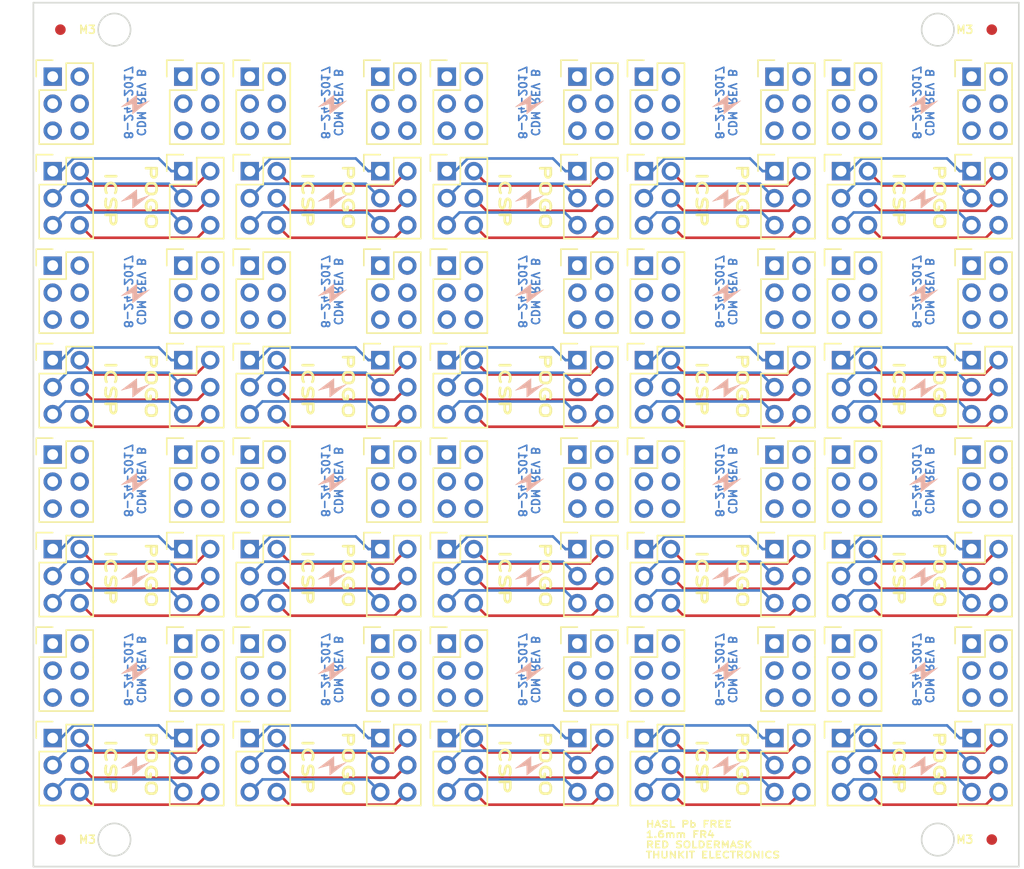
<source format=kicad_pcb>
(kicad_pcb (version 4) (host pcbnew 4.0.5+dfsg1-4)
  (title_block (title "POGO ICSP") (date 2018-08-30) (rev B) (company "THUNKIT ELECTRONICS"))
  (layers (0 F.Cu signal) (31 B.Cu signal) (34 B.Paste user) (35 F.Paste user) (36 B.SilkS user) (37 F.SilkS user) (38 B.Mask user) (39 F.Mask user) (44 Edge.Cuts user))
  (net 0 "")
  (net 1 "Net-(P1-Pad1)")
  (net 2 "Net-(P1-Pad2)")
  (net 3 "Net-(P1-Pad3)")
  (net 4 "Net-(P1-Pad4)")
  (net 5 "Net-(P1-Pad5)")
  (net 6 "Net-(P1-Pad6)")
  (module MOD:lightning (layer B.Cu) (at 191.77 134.493 90)
    (fp_text reference G*** hide)
    (fp_text value LOGO hide)
  )
  (module MOD:lightning (layer B.Cu) (at 173.228 134.493 90)
    (fp_text reference G*** hide)
    (fp_text value LOGO hide)
  )
  (module MOD:lightning (layer B.Cu) (at 154.686 134.493 90)
    (fp_text reference G*** hide)
    (fp_text value LOGO hide)
  )
  (module MOD:lightning (layer B.Cu) (at 136.144 134.493 90)
    (fp_text reference G*** hide)
    (fp_text value LOGO hide)
  )
  (module MOD:lightning (layer B.Cu) (at 117.602 134.493 90)
    (fp_text reference G*** hide)
    (fp_text value LOGO hide)
  )
  (module MOD:lightning (layer B.Cu) (at 191.77 125.603 90)
    (fp_text reference G*** hide)
    (fp_text value LOGO hide)
  )
  (module MOD:lightning (layer B.Cu) (at 173.228 125.603 90)
    (fp_text reference G*** hide)
    (fp_text value LOGO hide)
  )
  (module MOD:lightning (layer B.Cu) (at 154.686 125.603 90)
    (fp_text reference G*** hide)
    (fp_text value LOGO hide)
  )
  (module MOD:lightning (layer B.Cu) (at 136.144 125.603 90)
    (fp_text reference G*** hide)
    (fp_text value LOGO hide)
  )
  (module MOD:lightning (layer B.Cu) (at 117.602 125.603 90)
    (fp_text reference G*** hide)
    (fp_text value LOGO hide)
  )
  (module MOD:lightning (layer B.Cu) (at 191.77 116.713 90)
    (fp_text reference G*** hide)
    (fp_text value LOGO hide)
  )
  (module MOD:lightning (layer B.Cu) (at 173.228 116.713 90)
    (fp_text reference G*** hide)
    (fp_text value LOGO hide)
  )
  (module MOD:lightning (layer B.Cu) (at 154.686 116.713 90)
    (fp_text reference G*** hide)
    (fp_text value LOGO hide)
  )
  (module MOD:lightning (layer B.Cu) (at 136.144 116.713 90)
    (fp_text reference G*** hide)
    (fp_text value LOGO hide)
  )
  (module MOD:lightning (layer B.Cu) (at 117.602 116.713 90)
    (fp_text reference G*** hide)
    (fp_text value LOGO hide)
  )
  (module MOD:lightning (layer B.Cu) (at 191.77 107.823 90)
    (fp_text reference G*** hide)
    (fp_text value LOGO hide)
  )
  (module MOD:lightning (layer B.Cu) (at 173.228 107.823 90)
    (fp_text reference G*** hide)
    (fp_text value LOGO hide)
  )
  (module MOD:lightning (layer B.Cu) (at 154.686 107.823 90)
    (fp_text reference G*** hide)
    (fp_text value LOGO hide)
  )
  (module MOD:lightning (layer B.Cu) (at 136.144 107.823 90)
    (fp_text reference G*** hide)
    (fp_text value LOGO hide)
  )
  (module MOD:lightning (layer B.Cu) (at 117.602 107.823 90)
    (fp_text reference G*** hide)
    (fp_text value LOGO hide)
  )
  (module MOD:lightning (layer B.Cu) (at 191.77 98.933 90)
    (fp_text reference G*** hide)
    (fp_text value LOGO hide)
  )
  (module MOD:lightning (layer B.Cu) (at 173.228 98.933 90)
    (fp_text reference G*** hide)
    (fp_text value LOGO hide)
  )
  (module MOD:lightning (layer B.Cu) (at 154.686 98.933 90)
    (fp_text reference G*** hide)
    (fp_text value LOGO hide)
  )
  (module MOD:lightning (layer B.Cu) (at 136.144 98.933 90)
    (fp_text reference G*** hide)
    (fp_text value LOGO hide)
  )
  (module MOD:lightning (layer B.Cu) (at 117.602 98.933 90)
    (fp_text reference G*** hide)
    (fp_text value LOGO hide)
  )
  (module MOD:lightning (layer B.Cu) (at 191.77 90.043 90)
    (fp_text reference G*** hide)
    (fp_text value LOGO hide)
  )
  (module MOD:lightning (layer B.Cu) (at 173.228 90.043 90)
    (fp_text reference G*** hide)
    (fp_text value LOGO hide)
  )
  (module MOD:lightning (layer B.Cu) (at 154.686 90.043 90)
    (fp_text reference G*** hide)
    (fp_text value LOGO hide)
  )
  (module MOD:lightning (layer B.Cu) (at 136.144 90.043 90)
    (fp_text reference G*** hide)
    (fp_text value LOGO hide)
  )
  (module MOD:lightning (layer B.Cu) (at 117.602 90.043 90)
    (fp_text reference G*** hide)
    (fp_text value LOGO hide)
  )
  (module MOD:lightning (layer B.Cu) (at 191.77 81.153 90)
    (fp_text reference G*** hide)
    (fp_text value LOGO hide)
  )
  (module MOD:lightning (layer B.Cu) (at 173.228 81.153 90)
    (fp_text reference G*** hide)
    (fp_text value LOGO hide)
  )
  (module MOD:lightning (layer B.Cu) (at 154.686 81.153 90)
    (fp_text reference G*** hide)
    (fp_text value LOGO hide)
  )
  (module MOD:lightning (layer B.Cu) (at 136.144 81.153 90)
    (fp_text reference G*** hide)
    (fp_text value LOGO hide)
  )
  (module MOD:lightning (layer B.Cu) (at 117.602 81.153 90)
    (fp_text reference G*** hide)
    (fp_text value LOGO hide)
  )
  (module MOD:lightning (layer B.Cu) (at 191.77 72.263 90)
    (fp_text reference G*** hide)
    (fp_text value LOGO hide)
  )
  (module MOD:lightning (layer B.Cu) (at 173.228 72.263 90)
    (fp_text reference G*** hide)
    (fp_text value LOGO hide)
  )
  (module MOD:lightning (layer B.Cu) (at 154.686 72.263 90)
    (fp_text reference G*** hide)
    (fp_text value LOGO hide)
  )
  (module MOD:lightning (layer B.Cu) (at 136.144 72.263 90)
    (fp_text reference G*** hide)
    (fp_text value LOGO hide)
  )
  (module MOD:Thunkit_Fiducial (layer F.Cu) (at 118.11 144.018 180)
    (fp_text reference REF** hide)
    (fp_text value TF hide)
    (fp_text user M3 (at 5.08 2.54 180) (layer F.SilkS) (effects (font (size 0.75 0.75))))
    (fp_circle (center 2.54 2.54) (end 4.064 2.54) (layer Edge.Cuts) (width 0.15))
    (pad ~ smd circle (at 7.62 2.54 180) (size 1 1) (layers F.Cu F.Mask) (clearance 0.77))
  )
  (module MOD:Thunkit_Fiducial (layer F.Cu) (at 190.5 138.938)
    (fp_text reference REF** hide)
    (fp_text value TF hide)
    (fp_text user M3 (at 5.08 2.54) (layer F.SilkS) (effects (font (size 0.75 0.75))))
    (fp_circle (center 2.54 2.54) (end 4.064 2.54) (layer Edge.Cuts) (width 0.15))
    (pad ~ smd circle (at 7.62 2.54) (size 1 1) (layers F.Cu F.Mask) (clearance 0.77))
  )
  (module MOD:Thunkit_Fiducial (layer F.Cu) (at 190.5 62.738)
    (fp_text reference REF** hide)
    (fp_text value TF hide)
    (fp_text user M3 (at 5.08 2.54) (layer F.SilkS) (effects (font (size 0.75 0.75))))
    (fp_circle (center 2.54 2.54) (end 4.064 2.54) (layer Edge.Cuts) (width 0.15))
    (pad ~ smd circle (at 7.62 2.54) (size 1 1) (layers F.Cu F.Mask) (clearance 0.77))
  )
  (module Pin_Headers:Pin_Header_Straight_2x03 (layer F.Cu) (at 183.9341 69.6976)
    (fp_text reference P2 hide)
    (fp_text value CONN_02X03)
    (pad 1 thru_hole rect (at 0 0) (size 1.7272 1.7272) (drill 1.016) (layers *.Cu *.Mask) (net 1 "Net-(P1-Pad1)"))
    (pad 2 thru_hole oval (at 2.54 0) (size 1.7272 1.7272) (drill 1.016) (layers *.Cu *.Mask) (net 2 "Net-(P1-Pad2)"))
    (pad 3 thru_hole oval (at 0 2.54) (size 1.7272 1.7272) (drill 1.016) (layers *.Cu *.Mask) (net 3 "Net-(P1-Pad3)"))
    (pad 4 thru_hole oval (at 2.54 2.54) (size 1.7272 1.7272) (drill 1.016) (layers *.Cu *.Mask) (net 4 "Net-(P1-Pad4)"))
    (pad 5 thru_hole oval (at 0 5.08) (size 1.7272 1.7272) (drill 1.016) (layers *.Cu *.Mask) (net 5 "Net-(P1-Pad5)"))
    (pad 6 thru_hole oval (at 2.54 5.08) (size 1.7272 1.7272) (drill 1.016) (layers *.Cu *.Mask) (net 6 "Net-(P1-Pad6)"))
  )
  (module Pin_Headers:Pin_Header_Straight_2x03 (layer F.Cu) (at 196.215 78.5876)
    (fp_text reference P1 hide)
    (fp_text value CONN_02X03)
    (pad 1 thru_hole rect (at 0 0) (size 1.7272 1.7272) (drill 1.016) (layers *.Cu *.Mask) (net 1 "Net-(P1-Pad1)"))
    (pad 2 thru_hole oval (at 2.54 0) (size 1.7272 1.7272) (drill 1.016) (layers *.Cu *.Mask) (net 2 "Net-(P1-Pad2)"))
    (pad 3 thru_hole oval (at 0 2.54) (size 1.7272 1.7272) (drill 1.016) (layers *.Cu *.Mask) (net 3 "Net-(P1-Pad3)"))
    (pad 4 thru_hole oval (at 2.54 2.54) (size 1.7272 1.7272) (drill 1.016) (layers *.Cu *.Mask) (net 4 "Net-(P1-Pad4)"))
    (pad 5 thru_hole oval (at 0 5.08) (size 1.7272 1.7272) (drill 1.016) (layers *.Cu *.Mask) (net 5 "Net-(P1-Pad5)"))
    (pad 6 thru_hole oval (at 2.54 5.08) (size 1.7272 1.7272) (drill 1.016) (layers *.Cu *.Mask) (net 6 "Net-(P1-Pad6)"))
  )
  (module Pin_Headers:Pin_Header_Straight_2x03 (layer F.Cu) (at 183.9341 87.4776)
    (fp_text reference P2 hide)
    (fp_text value CONN_02X03)
    (pad 1 thru_hole rect (at 0 0) (size 1.7272 1.7272) (drill 1.016) (layers *.Cu *.Mask) (net 1 "Net-(P1-Pad1)"))
    (pad 2 thru_hole oval (at 2.54 0) (size 1.7272 1.7272) (drill 1.016) (layers *.Cu *.Mask) (net 2 "Net-(P1-Pad2)"))
    (pad 3 thru_hole oval (at 0 2.54) (size 1.7272 1.7272) (drill 1.016) (layers *.Cu *.Mask) (net 3 "Net-(P1-Pad3)"))
    (pad 4 thru_hole oval (at 2.54 2.54) (size 1.7272 1.7272) (drill 1.016) (layers *.Cu *.Mask) (net 4 "Net-(P1-Pad4)"))
    (pad 5 thru_hole oval (at 0 5.08) (size 1.7272 1.7272) (drill 1.016) (layers *.Cu *.Mask) (net 5 "Net-(P1-Pad5)"))
    (pad 6 thru_hole oval (at 2.54 5.08) (size 1.7272 1.7272) (drill 1.016) (layers *.Cu *.Mask) (net 6 "Net-(P1-Pad6)"))
  )
  (module Pin_Headers:Pin_Header_Straight_2x03 (layer F.Cu) (at 183.9341 96.3676)
    (fp_text reference P2 hide)
    (fp_text value CONN_02X03)
    (pad 1 thru_hole rect (at 0 0) (size 1.7272 1.7272) (drill 1.016) (layers *.Cu *.Mask) (net 1 "Net-(P1-Pad1)"))
    (pad 2 thru_hole oval (at 2.54 0) (size 1.7272 1.7272) (drill 1.016) (layers *.Cu *.Mask) (net 2 "Net-(P1-Pad2)"))
    (pad 3 thru_hole oval (at 0 2.54) (size 1.7272 1.7272) (drill 1.016) (layers *.Cu *.Mask) (net 3 "Net-(P1-Pad3)"))
    (pad 4 thru_hole oval (at 2.54 2.54) (size 1.7272 1.7272) (drill 1.016) (layers *.Cu *.Mask) (net 4 "Net-(P1-Pad4)"))
    (pad 5 thru_hole oval (at 0 5.08) (size 1.7272 1.7272) (drill 1.016) (layers *.Cu *.Mask) (net 5 "Net-(P1-Pad5)"))
    (pad 6 thru_hole oval (at 2.54 5.08) (size 1.7272 1.7272) (drill 1.016) (layers *.Cu *.Mask) (net 6 "Net-(P1-Pad6)"))
  )
  (module Pin_Headers:Pin_Header_Straight_2x03 (layer F.Cu) (at 196.215 87.4776)
    (fp_text reference P1 hide)
    (fp_text value CONN_02X03)
    (pad 1 thru_hole rect (at 0 0) (size 1.7272 1.7272) (drill 1.016) (layers *.Cu *.Mask) (net 1 "Net-(P1-Pad1)"))
    (pad 2 thru_hole oval (at 2.54 0) (size 1.7272 1.7272) (drill 1.016) (layers *.Cu *.Mask) (net 2 "Net-(P1-Pad2)"))
    (pad 3 thru_hole oval (at 0 2.54) (size 1.7272 1.7272) (drill 1.016) (layers *.Cu *.Mask) (net 3 "Net-(P1-Pad3)"))
    (pad 4 thru_hole oval (at 2.54 2.54) (size 1.7272 1.7272) (drill 1.016) (layers *.Cu *.Mask) (net 4 "Net-(P1-Pad4)"))
    (pad 5 thru_hole oval (at 0 5.08) (size 1.7272 1.7272) (drill 1.016) (layers *.Cu *.Mask) (net 5 "Net-(P1-Pad5)"))
    (pad 6 thru_hole oval (at 2.54 5.08) (size 1.7272 1.7272) (drill 1.016) (layers *.Cu *.Mask) (net 6 "Net-(P1-Pad6)"))
  )
  (module Pin_Headers:Pin_Header_Straight_2x03 (layer F.Cu) (at 183.9341 78.5876)
    (fp_text reference P2 hide)
    (fp_text value CONN_02X03)
    (pad 1 thru_hole rect (at 0 0) (size 1.7272 1.7272) (drill 1.016) (layers *.Cu *.Mask) (net 1 "Net-(P1-Pad1)"))
    (pad 2 thru_hole oval (at 2.54 0) (size 1.7272 1.7272) (drill 1.016) (layers *.Cu *.Mask) (net 2 "Net-(P1-Pad2)"))
    (pad 3 thru_hole oval (at 0 2.54) (size 1.7272 1.7272) (drill 1.016) (layers *.Cu *.Mask) (net 3 "Net-(P1-Pad3)"))
    (pad 4 thru_hole oval (at 2.54 2.54) (size 1.7272 1.7272) (drill 1.016) (layers *.Cu *.Mask) (net 4 "Net-(P1-Pad4)"))
    (pad 5 thru_hole oval (at 0 5.08) (size 1.7272 1.7272) (drill 1.016) (layers *.Cu *.Mask) (net 5 "Net-(P1-Pad5)"))
    (pad 6 thru_hole oval (at 2.54 5.08) (size 1.7272 1.7272) (drill 1.016) (layers *.Cu *.Mask) (net 6 "Net-(P1-Pad6)"))
  )
  (module Pin_Headers:Pin_Header_Straight_2x03 (layer F.Cu) (at 196.215 96.3676)
    (fp_text reference P1 hide)
    (fp_text value CONN_02X03)
    (pad 1 thru_hole rect (at 0 0) (size 1.7272 1.7272) (drill 1.016) (layers *.Cu *.Mask) (net 1 "Net-(P1-Pad1)"))
    (pad 2 thru_hole oval (at 2.54 0) (size 1.7272 1.7272) (drill 1.016) (layers *.Cu *.Mask) (net 2 "Net-(P1-Pad2)"))
    (pad 3 thru_hole oval (at 0 2.54) (size 1.7272 1.7272) (drill 1.016) (layers *.Cu *.Mask) (net 3 "Net-(P1-Pad3)"))
    (pad 4 thru_hole oval (at 2.54 2.54) (size 1.7272 1.7272) (drill 1.016) (layers *.Cu *.Mask) (net 4 "Net-(P1-Pad4)"))
    (pad 5 thru_hole oval (at 0 5.08) (size 1.7272 1.7272) (drill 1.016) (layers *.Cu *.Mask) (net 5 "Net-(P1-Pad5)"))
    (pad 6 thru_hole oval (at 2.54 5.08) (size 1.7272 1.7272) (drill 1.016) (layers *.Cu *.Mask) (net 6 "Net-(P1-Pad6)"))
  )
  (module Pin_Headers:Pin_Header_Straight_2x03 (layer F.Cu) (at 196.215 69.6976)
    (fp_text reference P1 hide)
    (fp_text value CONN_02X03)
    (pad 1 thru_hole rect (at 0 0) (size 1.7272 1.7272) (drill 1.016) (layers *.Cu *.Mask) (net 1 "Net-(P1-Pad1)"))
    (pad 2 thru_hole oval (at 2.54 0) (size 1.7272 1.7272) (drill 1.016) (layers *.Cu *.Mask) (net 2 "Net-(P1-Pad2)"))
    (pad 3 thru_hole oval (at 0 2.54) (size 1.7272 1.7272) (drill 1.016) (layers *.Cu *.Mask) (net 3 "Net-(P1-Pad3)"))
    (pad 4 thru_hole oval (at 2.54 2.54) (size 1.7272 1.7272) (drill 1.016) (layers *.Cu *.Mask) (net 4 "Net-(P1-Pad4)"))
    (pad 5 thru_hole oval (at 0 5.08) (size 1.7272 1.7272) (drill 1.016) (layers *.Cu *.Mask) (net 5 "Net-(P1-Pad5)"))
    (pad 6 thru_hole oval (at 2.54 5.08) (size 1.7272 1.7272) (drill 1.016) (layers *.Cu *.Mask) (net 6 "Net-(P1-Pad6)"))
  )
  (module Pin_Headers:Pin_Header_Straight_2x03 (layer F.Cu) (at 196.215 123.0376)
    (fp_text reference P1 hide)
    (fp_text value CONN_02X03)
    (pad 1 thru_hole rect (at 0 0) (size 1.7272 1.7272) (drill 1.016) (layers *.Cu *.Mask) (net 1 "Net-(P1-Pad1)"))
    (pad 2 thru_hole oval (at 2.54 0) (size 1.7272 1.7272) (drill 1.016) (layers *.Cu *.Mask) (net 2 "Net-(P1-Pad2)"))
    (pad 3 thru_hole oval (at 0 2.54) (size 1.7272 1.7272) (drill 1.016) (layers *.Cu *.Mask) (net 3 "Net-(P1-Pad3)"))
    (pad 4 thru_hole oval (at 2.54 2.54) (size 1.7272 1.7272) (drill 1.016) (layers *.Cu *.Mask) (net 4 "Net-(P1-Pad4)"))
    (pad 5 thru_hole oval (at 0 5.08) (size 1.7272 1.7272) (drill 1.016) (layers *.Cu *.Mask) (net 5 "Net-(P1-Pad5)"))
    (pad 6 thru_hole oval (at 2.54 5.08) (size 1.7272 1.7272) (drill 1.016) (layers *.Cu *.Mask) (net 6 "Net-(P1-Pad6)"))
  )
  (module Pin_Headers:Pin_Header_Straight_2x03 (layer F.Cu) (at 196.215 114.1476)
    (fp_text reference P1 hide)
    (fp_text value CONN_02X03)
    (pad 1 thru_hole rect (at 0 0) (size 1.7272 1.7272) (drill 1.016) (layers *.Cu *.Mask) (net 1 "Net-(P1-Pad1)"))
    (pad 2 thru_hole oval (at 2.54 0) (size 1.7272 1.7272) (drill 1.016) (layers *.Cu *.Mask) (net 2 "Net-(P1-Pad2)"))
    (pad 3 thru_hole oval (at 0 2.54) (size 1.7272 1.7272) (drill 1.016) (layers *.Cu *.Mask) (net 3 "Net-(P1-Pad3)"))
    (pad 4 thru_hole oval (at 2.54 2.54) (size 1.7272 1.7272) (drill 1.016) (layers *.Cu *.Mask) (net 4 "Net-(P1-Pad4)"))
    (pad 5 thru_hole oval (at 0 5.08) (size 1.7272 1.7272) (drill 1.016) (layers *.Cu *.Mask) (net 5 "Net-(P1-Pad5)"))
    (pad 6 thru_hole oval (at 2.54 5.08) (size 1.7272 1.7272) (drill 1.016) (layers *.Cu *.Mask) (net 6 "Net-(P1-Pad6)"))
  )
  (module Pin_Headers:Pin_Header_Straight_2x03 (layer F.Cu) (at 183.9341 114.1476)
    (fp_text reference P2 hide)
    (fp_text value CONN_02X03)
    (pad 1 thru_hole rect (at 0 0) (size 1.7272 1.7272) (drill 1.016) (layers *.Cu *.Mask) (net 1 "Net-(P1-Pad1)"))
    (pad 2 thru_hole oval (at 2.54 0) (size 1.7272 1.7272) (drill 1.016) (layers *.Cu *.Mask) (net 2 "Net-(P1-Pad2)"))
    (pad 3 thru_hole oval (at 0 2.54) (size 1.7272 1.7272) (drill 1.016) (layers *.Cu *.Mask) (net 3 "Net-(P1-Pad3)"))
    (pad 4 thru_hole oval (at 2.54 2.54) (size 1.7272 1.7272) (drill 1.016) (layers *.Cu *.Mask) (net 4 "Net-(P1-Pad4)"))
    (pad 5 thru_hole oval (at 0 5.08) (size 1.7272 1.7272) (drill 1.016) (layers *.Cu *.Mask) (net 5 "Net-(P1-Pad5)"))
    (pad 6 thru_hole oval (at 2.54 5.08) (size 1.7272 1.7272) (drill 1.016) (layers *.Cu *.Mask) (net 6 "Net-(P1-Pad6)"))
  )
  (module Pin_Headers:Pin_Header_Straight_2x03 (layer F.Cu) (at 183.9341 131.9276)
    (fp_text reference P2 hide)
    (fp_text value CONN_02X03)
    (pad 1 thru_hole rect (at 0 0) (size 1.7272 1.7272) (drill 1.016) (layers *.Cu *.Mask) (net 1 "Net-(P1-Pad1)"))
    (pad 2 thru_hole oval (at 2.54 0) (size 1.7272 1.7272) (drill 1.016) (layers *.Cu *.Mask) (net 2 "Net-(P1-Pad2)"))
    (pad 3 thru_hole oval (at 0 2.54) (size 1.7272 1.7272) (drill 1.016) (layers *.Cu *.Mask) (net 3 "Net-(P1-Pad3)"))
    (pad 4 thru_hole oval (at 2.54 2.54) (size 1.7272 1.7272) (drill 1.016) (layers *.Cu *.Mask) (net 4 "Net-(P1-Pad4)"))
    (pad 5 thru_hole oval (at 0 5.08) (size 1.7272 1.7272) (drill 1.016) (layers *.Cu *.Mask) (net 5 "Net-(P1-Pad5)"))
    (pad 6 thru_hole oval (at 2.54 5.08) (size 1.7272 1.7272) (drill 1.016) (layers *.Cu *.Mask) (net 6 "Net-(P1-Pad6)"))
  )
  (module Pin_Headers:Pin_Header_Straight_2x03 (layer F.Cu) (at 183.9341 123.0376)
    (fp_text reference P2 hide)
    (fp_text value CONN_02X03)
    (pad 1 thru_hole rect (at 0 0) (size 1.7272 1.7272) (drill 1.016) (layers *.Cu *.Mask) (net 1 "Net-(P1-Pad1)"))
    (pad 2 thru_hole oval (at 2.54 0) (size 1.7272 1.7272) (drill 1.016) (layers *.Cu *.Mask) (net 2 "Net-(P1-Pad2)"))
    (pad 3 thru_hole oval (at 0 2.54) (size 1.7272 1.7272) (drill 1.016) (layers *.Cu *.Mask) (net 3 "Net-(P1-Pad3)"))
    (pad 4 thru_hole oval (at 2.54 2.54) (size 1.7272 1.7272) (drill 1.016) (layers *.Cu *.Mask) (net 4 "Net-(P1-Pad4)"))
    (pad 5 thru_hole oval (at 0 5.08) (size 1.7272 1.7272) (drill 1.016) (layers *.Cu *.Mask) (net 5 "Net-(P1-Pad5)"))
    (pad 6 thru_hole oval (at 2.54 5.08) (size 1.7272 1.7272) (drill 1.016) (layers *.Cu *.Mask) (net 6 "Net-(P1-Pad6)"))
  )
  (module Pin_Headers:Pin_Header_Straight_2x03 (layer F.Cu) (at 196.215 131.9276)
    (fp_text reference P1 hide)
    (fp_text value CONN_02X03)
    (pad 1 thru_hole rect (at 0 0) (size 1.7272 1.7272) (drill 1.016) (layers *.Cu *.Mask) (net 1 "Net-(P1-Pad1)"))
    (pad 2 thru_hole oval (at 2.54 0) (size 1.7272 1.7272) (drill 1.016) (layers *.Cu *.Mask) (net 2 "Net-(P1-Pad2)"))
    (pad 3 thru_hole oval (at 0 2.54) (size 1.7272 1.7272) (drill 1.016) (layers *.Cu *.Mask) (net 3 "Net-(P1-Pad3)"))
    (pad 4 thru_hole oval (at 2.54 2.54) (size 1.7272 1.7272) (drill 1.016) (layers *.Cu *.Mask) (net 4 "Net-(P1-Pad4)"))
    (pad 5 thru_hole oval (at 0 5.08) (size 1.7272 1.7272) (drill 1.016) (layers *.Cu *.Mask) (net 5 "Net-(P1-Pad5)"))
    (pad 6 thru_hole oval (at 2.54 5.08) (size 1.7272 1.7272) (drill 1.016) (layers *.Cu *.Mask) (net 6 "Net-(P1-Pad6)"))
  )
  (module Pin_Headers:Pin_Header_Straight_2x03 (layer F.Cu) (at 183.9341 105.2576)
    (fp_text reference P2 hide)
    (fp_text value CONN_02X03)
    (pad 1 thru_hole rect (at 0 0) (size 1.7272 1.7272) (drill 1.016) (layers *.Cu *.Mask) (net 1 "Net-(P1-Pad1)"))
    (pad 2 thru_hole oval (at 2.54 0) (size 1.7272 1.7272) (drill 1.016) (layers *.Cu *.Mask) (net 2 "Net-(P1-Pad2)"))
    (pad 3 thru_hole oval (at 0 2.54) (size 1.7272 1.7272) (drill 1.016) (layers *.Cu *.Mask) (net 3 "Net-(P1-Pad3)"))
    (pad 4 thru_hole oval (at 2.54 2.54) (size 1.7272 1.7272) (drill 1.016) (layers *.Cu *.Mask) (net 4 "Net-(P1-Pad4)"))
    (pad 5 thru_hole oval (at 0 5.08) (size 1.7272 1.7272) (drill 1.016) (layers *.Cu *.Mask) (net 5 "Net-(P1-Pad5)"))
    (pad 6 thru_hole oval (at 2.54 5.08) (size 1.7272 1.7272) (drill 1.016) (layers *.Cu *.Mask) (net 6 "Net-(P1-Pad6)"))
  )
  (module Pin_Headers:Pin_Header_Straight_2x03 (layer F.Cu) (at 196.215 105.2576)
    (fp_text reference P1 hide)
    (fp_text value CONN_02X03)
    (pad 1 thru_hole rect (at 0 0) (size 1.7272 1.7272) (drill 1.016) (layers *.Cu *.Mask) (net 1 "Net-(P1-Pad1)"))
    (pad 2 thru_hole oval (at 2.54 0) (size 1.7272 1.7272) (drill 1.016) (layers *.Cu *.Mask) (net 2 "Net-(P1-Pad2)"))
    (pad 3 thru_hole oval (at 0 2.54) (size 1.7272 1.7272) (drill 1.016) (layers *.Cu *.Mask) (net 3 "Net-(P1-Pad3)"))
    (pad 4 thru_hole oval (at 2.54 2.54) (size 1.7272 1.7272) (drill 1.016) (layers *.Cu *.Mask) (net 4 "Net-(P1-Pad4)"))
    (pad 5 thru_hole oval (at 0 5.08) (size 1.7272 1.7272) (drill 1.016) (layers *.Cu *.Mask) (net 5 "Net-(P1-Pad5)"))
    (pad 6 thru_hole oval (at 2.54 5.08) (size 1.7272 1.7272) (drill 1.016) (layers *.Cu *.Mask) (net 6 "Net-(P1-Pad6)"))
  )
  (module Pin_Headers:Pin_Header_Straight_2x03 (layer F.Cu) (at 165.3921 69.6976)
    (fp_text reference P2 hide)
    (fp_text value CONN_02X03)
    (pad 1 thru_hole rect (at 0 0) (size 1.7272 1.7272) (drill 1.016) (layers *.Cu *.Mask) (net 1 "Net-(P1-Pad1)"))
    (pad 2 thru_hole oval (at 2.54 0) (size 1.7272 1.7272) (drill 1.016) (layers *.Cu *.Mask) (net 2 "Net-(P1-Pad2)"))
    (pad 3 thru_hole oval (at 0 2.54) (size 1.7272 1.7272) (drill 1.016) (layers *.Cu *.Mask) (net 3 "Net-(P1-Pad3)"))
    (pad 4 thru_hole oval (at 2.54 2.54) (size 1.7272 1.7272) (drill 1.016) (layers *.Cu *.Mask) (net 4 "Net-(P1-Pad4)"))
    (pad 5 thru_hole oval (at 0 5.08) (size 1.7272 1.7272) (drill 1.016) (layers *.Cu *.Mask) (net 5 "Net-(P1-Pad5)"))
    (pad 6 thru_hole oval (at 2.54 5.08) (size 1.7272 1.7272) (drill 1.016) (layers *.Cu *.Mask) (net 6 "Net-(P1-Pad6)"))
  )
  (module Pin_Headers:Pin_Header_Straight_2x03 (layer F.Cu) (at 177.673 78.5876)
    (fp_text reference P1 hide)
    (fp_text value CONN_02X03)
    (pad 1 thru_hole rect (at 0 0) (size 1.7272 1.7272) (drill 1.016) (layers *.Cu *.Mask) (net 1 "Net-(P1-Pad1)"))
    (pad 2 thru_hole oval (at 2.54 0) (size 1.7272 1.7272) (drill 1.016) (layers *.Cu *.Mask) (net 2 "Net-(P1-Pad2)"))
    (pad 3 thru_hole oval (at 0 2.54) (size 1.7272 1.7272) (drill 1.016) (layers *.Cu *.Mask) (net 3 "Net-(P1-Pad3)"))
    (pad 4 thru_hole oval (at 2.54 2.54) (size 1.7272 1.7272) (drill 1.016) (layers *.Cu *.Mask) (net 4 "Net-(P1-Pad4)"))
    (pad 5 thru_hole oval (at 0 5.08) (size 1.7272 1.7272) (drill 1.016) (layers *.Cu *.Mask) (net 5 "Net-(P1-Pad5)"))
    (pad 6 thru_hole oval (at 2.54 5.08) (size 1.7272 1.7272) (drill 1.016) (layers *.Cu *.Mask) (net 6 "Net-(P1-Pad6)"))
  )
  (module Pin_Headers:Pin_Header_Straight_2x03 (layer F.Cu) (at 165.3921 87.4776)
    (fp_text reference P2 hide)
    (fp_text value CONN_02X03)
    (pad 1 thru_hole rect (at 0 0) (size 1.7272 1.7272) (drill 1.016) (layers *.Cu *.Mask) (net 1 "Net-(P1-Pad1)"))
    (pad 2 thru_hole oval (at 2.54 0) (size 1.7272 1.7272) (drill 1.016) (layers *.Cu *.Mask) (net 2 "Net-(P1-Pad2)"))
    (pad 3 thru_hole oval (at 0 2.54) (size 1.7272 1.7272) (drill 1.016) (layers *.Cu *.Mask) (net 3 "Net-(P1-Pad3)"))
    (pad 4 thru_hole oval (at 2.54 2.54) (size 1.7272 1.7272) (drill 1.016) (layers *.Cu *.Mask) (net 4 "Net-(P1-Pad4)"))
    (pad 5 thru_hole oval (at 0 5.08) (size 1.7272 1.7272) (drill 1.016) (layers *.Cu *.Mask) (net 5 "Net-(P1-Pad5)"))
    (pad 6 thru_hole oval (at 2.54 5.08) (size 1.7272 1.7272) (drill 1.016) (layers *.Cu *.Mask) (net 6 "Net-(P1-Pad6)"))
  )
  (module Pin_Headers:Pin_Header_Straight_2x03 (layer F.Cu) (at 165.3921 96.3676)
    (fp_text reference P2 hide)
    (fp_text value CONN_02X03)
    (pad 1 thru_hole rect (at 0 0) (size 1.7272 1.7272) (drill 1.016) (layers *.Cu *.Mask) (net 1 "Net-(P1-Pad1)"))
    (pad 2 thru_hole oval (at 2.54 0) (size 1.7272 1.7272) (drill 1.016) (layers *.Cu *.Mask) (net 2 "Net-(P1-Pad2)"))
    (pad 3 thru_hole oval (at 0 2.54) (size 1.7272 1.7272) (drill 1.016) (layers *.Cu *.Mask) (net 3 "Net-(P1-Pad3)"))
    (pad 4 thru_hole oval (at 2.54 2.54) (size 1.7272 1.7272) (drill 1.016) (layers *.Cu *.Mask) (net 4 "Net-(P1-Pad4)"))
    (pad 5 thru_hole oval (at 0 5.08) (size 1.7272 1.7272) (drill 1.016) (layers *.Cu *.Mask) (net 5 "Net-(P1-Pad5)"))
    (pad 6 thru_hole oval (at 2.54 5.08) (size 1.7272 1.7272) (drill 1.016) (layers *.Cu *.Mask) (net 6 "Net-(P1-Pad6)"))
  )
  (module Pin_Headers:Pin_Header_Straight_2x03 (layer F.Cu) (at 177.673 87.4776)
    (fp_text reference P1 hide)
    (fp_text value CONN_02X03)
    (pad 1 thru_hole rect (at 0 0) (size 1.7272 1.7272) (drill 1.016) (layers *.Cu *.Mask) (net 1 "Net-(P1-Pad1)"))
    (pad 2 thru_hole oval (at 2.54 0) (size 1.7272 1.7272) (drill 1.016) (layers *.Cu *.Mask) (net 2 "Net-(P1-Pad2)"))
    (pad 3 thru_hole oval (at 0 2.54) (size 1.7272 1.7272) (drill 1.016) (layers *.Cu *.Mask) (net 3 "Net-(P1-Pad3)"))
    (pad 4 thru_hole oval (at 2.54 2.54) (size 1.7272 1.7272) (drill 1.016) (layers *.Cu *.Mask) (net 4 "Net-(P1-Pad4)"))
    (pad 5 thru_hole oval (at 0 5.08) (size 1.7272 1.7272) (drill 1.016) (layers *.Cu *.Mask) (net 5 "Net-(P1-Pad5)"))
    (pad 6 thru_hole oval (at 2.54 5.08) (size 1.7272 1.7272) (drill 1.016) (layers *.Cu *.Mask) (net 6 "Net-(P1-Pad6)"))
  )
  (module Pin_Headers:Pin_Header_Straight_2x03 (layer F.Cu) (at 165.3921 78.5876)
    (fp_text reference P2 hide)
    (fp_text value CONN_02X03)
    (pad 1 thru_hole rect (at 0 0) (size 1.7272 1.7272) (drill 1.016) (layers *.Cu *.Mask) (net 1 "Net-(P1-Pad1)"))
    (pad 2 thru_hole oval (at 2.54 0) (size 1.7272 1.7272) (drill 1.016) (layers *.Cu *.Mask) (net 2 "Net-(P1-Pad2)"))
    (pad 3 thru_hole oval (at 0 2.54) (size 1.7272 1.7272) (drill 1.016) (layers *.Cu *.Mask) (net 3 "Net-(P1-Pad3)"))
    (pad 4 thru_hole oval (at 2.54 2.54) (size 1.7272 1.7272) (drill 1.016) (layers *.Cu *.Mask) (net 4 "Net-(P1-Pad4)"))
    (pad 5 thru_hole oval (at 0 5.08) (size 1.7272 1.7272) (drill 1.016) (layers *.Cu *.Mask) (net 5 "Net-(P1-Pad5)"))
    (pad 6 thru_hole oval (at 2.54 5.08) (size 1.7272 1.7272) (drill 1.016) (layers *.Cu *.Mask) (net 6 "Net-(P1-Pad6)"))
  )
  (module Pin_Headers:Pin_Header_Straight_2x03 (layer F.Cu) (at 177.673 96.3676)
    (fp_text reference P1 hide)
    (fp_text value CONN_02X03)
    (pad 1 thru_hole rect (at 0 0) (size 1.7272 1.7272) (drill 1.016) (layers *.Cu *.Mask) (net 1 "Net-(P1-Pad1)"))
    (pad 2 thru_hole oval (at 2.54 0) (size 1.7272 1.7272) (drill 1.016) (layers *.Cu *.Mask) (net 2 "Net-(P1-Pad2)"))
    (pad 3 thru_hole oval (at 0 2.54) (size 1.7272 1.7272) (drill 1.016) (layers *.Cu *.Mask) (net 3 "Net-(P1-Pad3)"))
    (pad 4 thru_hole oval (at 2.54 2.54) (size 1.7272 1.7272) (drill 1.016) (layers *.Cu *.Mask) (net 4 "Net-(P1-Pad4)"))
    (pad 5 thru_hole oval (at 0 5.08) (size 1.7272 1.7272) (drill 1.016) (layers *.Cu *.Mask) (net 5 "Net-(P1-Pad5)"))
    (pad 6 thru_hole oval (at 2.54 5.08) (size 1.7272 1.7272) (drill 1.016) (layers *.Cu *.Mask) (net 6 "Net-(P1-Pad6)"))
  )
  (module Pin_Headers:Pin_Header_Straight_2x03 (layer F.Cu) (at 177.673 69.6976)
    (fp_text reference P1 hide)
    (fp_text value CONN_02X03)
    (pad 1 thru_hole rect (at 0 0) (size 1.7272 1.7272) (drill 1.016) (layers *.Cu *.Mask) (net 1 "Net-(P1-Pad1)"))
    (pad 2 thru_hole oval (at 2.54 0) (size 1.7272 1.7272) (drill 1.016) (layers *.Cu *.Mask) (net 2 "Net-(P1-Pad2)"))
    (pad 3 thru_hole oval (at 0 2.54) (size 1.7272 1.7272) (drill 1.016) (layers *.Cu *.Mask) (net 3 "Net-(P1-Pad3)"))
    (pad 4 thru_hole oval (at 2.54 2.54) (size 1.7272 1.7272) (drill 1.016) (layers *.Cu *.Mask) (net 4 "Net-(P1-Pad4)"))
    (pad 5 thru_hole oval (at 0 5.08) (size 1.7272 1.7272) (drill 1.016) (layers *.Cu *.Mask) (net 5 "Net-(P1-Pad5)"))
    (pad 6 thru_hole oval (at 2.54 5.08) (size 1.7272 1.7272) (drill 1.016) (layers *.Cu *.Mask) (net 6 "Net-(P1-Pad6)"))
  )
  (module Pin_Headers:Pin_Header_Straight_2x03 (layer F.Cu) (at 177.673 123.0376)
    (fp_text reference P1 hide)
    (fp_text value CONN_02X03)
    (pad 1 thru_hole rect (at 0 0) (size 1.7272 1.7272) (drill 1.016) (layers *.Cu *.Mask) (net 1 "Net-(P1-Pad1)"))
    (pad 2 thru_hole oval (at 2.54 0) (size 1.7272 1.7272) (drill 1.016) (layers *.Cu *.Mask) (net 2 "Net-(P1-Pad2)"))
    (pad 3 thru_hole oval (at 0 2.54) (size 1.7272 1.7272) (drill 1.016) (layers *.Cu *.Mask) (net 3 "Net-(P1-Pad3)"))
    (pad 4 thru_hole oval (at 2.54 2.54) (size 1.7272 1.7272) (drill 1.016) (layers *.Cu *.Mask) (net 4 "Net-(P1-Pad4)"))
    (pad 5 thru_hole oval (at 0 5.08) (size 1.7272 1.7272) (drill 1.016) (layers *.Cu *.Mask) (net 5 "Net-(P1-Pad5)"))
    (pad 6 thru_hole oval (at 2.54 5.08) (size 1.7272 1.7272) (drill 1.016) (layers *.Cu *.Mask) (net 6 "Net-(P1-Pad6)"))
  )
  (module Pin_Headers:Pin_Header_Straight_2x03 (layer F.Cu) (at 177.673 114.1476)
    (fp_text reference P1 hide)
    (fp_text value CONN_02X03)
    (pad 1 thru_hole rect (at 0 0) (size 1.7272 1.7272) (drill 1.016) (layers *.Cu *.Mask) (net 1 "Net-(P1-Pad1)"))
    (pad 2 thru_hole oval (at 2.54 0) (size 1.7272 1.7272) (drill 1.016) (layers *.Cu *.Mask) (net 2 "Net-(P1-Pad2)"))
    (pad 3 thru_hole oval (at 0 2.54) (size 1.7272 1.7272) (drill 1.016) (layers *.Cu *.Mask) (net 3 "Net-(P1-Pad3)"))
    (pad 4 thru_hole oval (at 2.54 2.54) (size 1.7272 1.7272) (drill 1.016) (layers *.Cu *.Mask) (net 4 "Net-(P1-Pad4)"))
    (pad 5 thru_hole oval (at 0 5.08) (size 1.7272 1.7272) (drill 1.016) (layers *.Cu *.Mask) (net 5 "Net-(P1-Pad5)"))
    (pad 6 thru_hole oval (at 2.54 5.08) (size 1.7272 1.7272) (drill 1.016) (layers *.Cu *.Mask) (net 6 "Net-(P1-Pad6)"))
  )
  (module Pin_Headers:Pin_Header_Straight_2x03 (layer F.Cu) (at 165.3921 114.1476)
    (fp_text reference P2 hide)
    (fp_text value CONN_02X03)
    (pad 1 thru_hole rect (at 0 0) (size 1.7272 1.7272) (drill 1.016) (layers *.Cu *.Mask) (net 1 "Net-(P1-Pad1)"))
    (pad 2 thru_hole oval (at 2.54 0) (size 1.7272 1.7272) (drill 1.016) (layers *.Cu *.Mask) (net 2 "Net-(P1-Pad2)"))
    (pad 3 thru_hole oval (at 0 2.54) (size 1.7272 1.7272) (drill 1.016) (layers *.Cu *.Mask) (net 3 "Net-(P1-Pad3)"))
    (pad 4 thru_hole oval (at 2.54 2.54) (size 1.7272 1.7272) (drill 1.016) (layers *.Cu *.Mask) (net 4 "Net-(P1-Pad4)"))
    (pad 5 thru_hole oval (at 0 5.08) (size 1.7272 1.7272) (drill 1.016) (layers *.Cu *.Mask) (net 5 "Net-(P1-Pad5)"))
    (pad 6 thru_hole oval (at 2.54 5.08) (size 1.7272 1.7272) (drill 1.016) (layers *.Cu *.Mask) (net 6 "Net-(P1-Pad6)"))
  )
  (module Pin_Headers:Pin_Header_Straight_2x03 (layer F.Cu) (at 165.3921 131.9276)
    (fp_text reference P2 hide)
    (fp_text value CONN_02X03)
    (pad 1 thru_hole rect (at 0 0) (size 1.7272 1.7272) (drill 1.016) (layers *.Cu *.Mask) (net 1 "Net-(P1-Pad1)"))
    (pad 2 thru_hole oval (at 2.54 0) (size 1.7272 1.7272) (drill 1.016) (layers *.Cu *.Mask) (net 2 "Net-(P1-Pad2)"))
    (pad 3 thru_hole oval (at 0 2.54) (size 1.7272 1.7272) (drill 1.016) (layers *.Cu *.Mask) (net 3 "Net-(P1-Pad3)"))
    (pad 4 thru_hole oval (at 2.54 2.54) (size 1.7272 1.7272) (drill 1.016) (layers *.Cu *.Mask) (net 4 "Net-(P1-Pad4)"))
    (pad 5 thru_hole oval (at 0 5.08) (size 1.7272 1.7272) (drill 1.016) (layers *.Cu *.Mask) (net 5 "Net-(P1-Pad5)"))
    (pad 6 thru_hole oval (at 2.54 5.08) (size 1.7272 1.7272) (drill 1.016) (layers *.Cu *.Mask) (net 6 "Net-(P1-Pad6)"))
  )
  (module Pin_Headers:Pin_Header_Straight_2x03 (layer F.Cu) (at 165.3921 123.0376)
    (fp_text reference P2 hide)
    (fp_text value CONN_02X03)
    (pad 1 thru_hole rect (at 0 0) (size 1.7272 1.7272) (drill 1.016) (layers *.Cu *.Mask) (net 1 "Net-(P1-Pad1)"))
    (pad 2 thru_hole oval (at 2.54 0) (size 1.7272 1.7272) (drill 1.016) (layers *.Cu *.Mask) (net 2 "Net-(P1-Pad2)"))
    (pad 3 thru_hole oval (at 0 2.54) (size 1.7272 1.7272) (drill 1.016) (layers *.Cu *.Mask) (net 3 "Net-(P1-Pad3)"))
    (pad 4 thru_hole oval (at 2.54 2.54) (size 1.7272 1.7272) (drill 1.016) (layers *.Cu *.Mask) (net 4 "Net-(P1-Pad4)"))
    (pad 5 thru_hole oval (at 0 5.08) (size 1.7272 1.7272) (drill 1.016) (layers *.Cu *.Mask) (net 5 "Net-(P1-Pad5)"))
    (pad 6 thru_hole oval (at 2.54 5.08) (size 1.7272 1.7272) (drill 1.016) (layers *.Cu *.Mask) (net 6 "Net-(P1-Pad6)"))
  )
  (module Pin_Headers:Pin_Header_Straight_2x03 (layer F.Cu) (at 177.673 131.9276)
    (fp_text reference P1 hide)
    (fp_text value CONN_02X03)
    (pad 1 thru_hole rect (at 0 0) (size 1.7272 1.7272) (drill 1.016) (layers *.Cu *.Mask) (net 1 "Net-(P1-Pad1)"))
    (pad 2 thru_hole oval (at 2.54 0) (size 1.7272 1.7272) (drill 1.016) (layers *.Cu *.Mask) (net 2 "Net-(P1-Pad2)"))
    (pad 3 thru_hole oval (at 0 2.54) (size 1.7272 1.7272) (drill 1.016) (layers *.Cu *.Mask) (net 3 "Net-(P1-Pad3)"))
    (pad 4 thru_hole oval (at 2.54 2.54) (size 1.7272 1.7272) (drill 1.016) (layers *.Cu *.Mask) (net 4 "Net-(P1-Pad4)"))
    (pad 5 thru_hole oval (at 0 5.08) (size 1.7272 1.7272) (drill 1.016) (layers *.Cu *.Mask) (net 5 "Net-(P1-Pad5)"))
    (pad 6 thru_hole oval (at 2.54 5.08) (size 1.7272 1.7272) (drill 1.016) (layers *.Cu *.Mask) (net 6 "Net-(P1-Pad6)"))
  )
  (module Pin_Headers:Pin_Header_Straight_2x03 (layer F.Cu) (at 165.3921 105.2576)
    (fp_text reference P2 hide)
    (fp_text value CONN_02X03)
    (pad 1 thru_hole rect (at 0 0) (size 1.7272 1.7272) (drill 1.016) (layers *.Cu *.Mask) (net 1 "Net-(P1-Pad1)"))
    (pad 2 thru_hole oval (at 2.54 0) (size 1.7272 1.7272) (drill 1.016) (layers *.Cu *.Mask) (net 2 "Net-(P1-Pad2)"))
    (pad 3 thru_hole oval (at 0 2.54) (size 1.7272 1.7272) (drill 1.016) (layers *.Cu *.Mask) (net 3 "Net-(P1-Pad3)"))
    (pad 4 thru_hole oval (at 2.54 2.54) (size 1.7272 1.7272) (drill 1.016) (layers *.Cu *.Mask) (net 4 "Net-(P1-Pad4)"))
    (pad 5 thru_hole oval (at 0 5.08) (size 1.7272 1.7272) (drill 1.016) (layers *.Cu *.Mask) (net 5 "Net-(P1-Pad5)"))
    (pad 6 thru_hole oval (at 2.54 5.08) (size 1.7272 1.7272) (drill 1.016) (layers *.Cu *.Mask) (net 6 "Net-(P1-Pad6)"))
  )
  (module Pin_Headers:Pin_Header_Straight_2x03 (layer F.Cu) (at 177.673 105.2576)
    (fp_text reference P1 hide)
    (fp_text value CONN_02X03)
    (pad 1 thru_hole rect (at 0 0) (size 1.7272 1.7272) (drill 1.016) (layers *.Cu *.Mask) (net 1 "Net-(P1-Pad1)"))
    (pad 2 thru_hole oval (at 2.54 0) (size 1.7272 1.7272) (drill 1.016) (layers *.Cu *.Mask) (net 2 "Net-(P1-Pad2)"))
    (pad 3 thru_hole oval (at 0 2.54) (size 1.7272 1.7272) (drill 1.016) (layers *.Cu *.Mask) (net 3 "Net-(P1-Pad3)"))
    (pad 4 thru_hole oval (at 2.54 2.54) (size 1.7272 1.7272) (drill 1.016) (layers *.Cu *.Mask) (net 4 "Net-(P1-Pad4)"))
    (pad 5 thru_hole oval (at 0 5.08) (size 1.7272 1.7272) (drill 1.016) (layers *.Cu *.Mask) (net 5 "Net-(P1-Pad5)"))
    (pad 6 thru_hole oval (at 2.54 5.08) (size 1.7272 1.7272) (drill 1.016) (layers *.Cu *.Mask) (net 6 "Net-(P1-Pad6)"))
  )
  (module Pin_Headers:Pin_Header_Straight_2x03 (layer F.Cu) (at 146.8501 69.6976)
    (fp_text reference P2 hide)
    (fp_text value CONN_02X03)
    (pad 1 thru_hole rect (at 0 0) (size 1.7272 1.7272) (drill 1.016) (layers *.Cu *.Mask) (net 1 "Net-(P1-Pad1)"))
    (pad 2 thru_hole oval (at 2.54 0) (size 1.7272 1.7272) (drill 1.016) (layers *.Cu *.Mask) (net 2 "Net-(P1-Pad2)"))
    (pad 3 thru_hole oval (at 0 2.54) (size 1.7272 1.7272) (drill 1.016) (layers *.Cu *.Mask) (net 3 "Net-(P1-Pad3)"))
    (pad 4 thru_hole oval (at 2.54 2.54) (size 1.7272 1.7272) (drill 1.016) (layers *.Cu *.Mask) (net 4 "Net-(P1-Pad4)"))
    (pad 5 thru_hole oval (at 0 5.08) (size 1.7272 1.7272) (drill 1.016) (layers *.Cu *.Mask) (net 5 "Net-(P1-Pad5)"))
    (pad 6 thru_hole oval (at 2.54 5.08) (size 1.7272 1.7272) (drill 1.016) (layers *.Cu *.Mask) (net 6 "Net-(P1-Pad6)"))
  )
  (module Pin_Headers:Pin_Header_Straight_2x03 (layer F.Cu) (at 159.131 78.5876)
    (fp_text reference P1 hide)
    (fp_text value CONN_02X03)
    (pad 1 thru_hole rect (at 0 0) (size 1.7272 1.7272) (drill 1.016) (layers *.Cu *.Mask) (net 1 "Net-(P1-Pad1)"))
    (pad 2 thru_hole oval (at 2.54 0) (size 1.7272 1.7272) (drill 1.016) (layers *.Cu *.Mask) (net 2 "Net-(P1-Pad2)"))
    (pad 3 thru_hole oval (at 0 2.54) (size 1.7272 1.7272) (drill 1.016) (layers *.Cu *.Mask) (net 3 "Net-(P1-Pad3)"))
    (pad 4 thru_hole oval (at 2.54 2.54) (size 1.7272 1.7272) (drill 1.016) (layers *.Cu *.Mask) (net 4 "Net-(P1-Pad4)"))
    (pad 5 thru_hole oval (at 0 5.08) (size 1.7272 1.7272) (drill 1.016) (layers *.Cu *.Mask) (net 5 "Net-(P1-Pad5)"))
    (pad 6 thru_hole oval (at 2.54 5.08) (size 1.7272 1.7272) (drill 1.016) (layers *.Cu *.Mask) (net 6 "Net-(P1-Pad6)"))
  )
  (module Pin_Headers:Pin_Header_Straight_2x03 (layer F.Cu) (at 146.8501 87.4776)
    (fp_text reference P2 hide)
    (fp_text value CONN_02X03)
    (pad 1 thru_hole rect (at 0 0) (size 1.7272 1.7272) (drill 1.016) (layers *.Cu *.Mask) (net 1 "Net-(P1-Pad1)"))
    (pad 2 thru_hole oval (at 2.54 0) (size 1.7272 1.7272) (drill 1.016) (layers *.Cu *.Mask) (net 2 "Net-(P1-Pad2)"))
    (pad 3 thru_hole oval (at 0 2.54) (size 1.7272 1.7272) (drill 1.016) (layers *.Cu *.Mask) (net 3 "Net-(P1-Pad3)"))
    (pad 4 thru_hole oval (at 2.54 2.54) (size 1.7272 1.7272) (drill 1.016) (layers *.Cu *.Mask) (net 4 "Net-(P1-Pad4)"))
    (pad 5 thru_hole oval (at 0 5.08) (size 1.7272 1.7272) (drill 1.016) (layers *.Cu *.Mask) (net 5 "Net-(P1-Pad5)"))
    (pad 6 thru_hole oval (at 2.54 5.08) (size 1.7272 1.7272) (drill 1.016) (layers *.Cu *.Mask) (net 6 "Net-(P1-Pad6)"))
  )
  (module Pin_Headers:Pin_Header_Straight_2x03 (layer F.Cu) (at 146.8501 96.3676)
    (fp_text reference P2 hide)
    (fp_text value CONN_02X03)
    (pad 1 thru_hole rect (at 0 0) (size 1.7272 1.7272) (drill 1.016) (layers *.Cu *.Mask) (net 1 "Net-(P1-Pad1)"))
    (pad 2 thru_hole oval (at 2.54 0) (size 1.7272 1.7272) (drill 1.016) (layers *.Cu *.Mask) (net 2 "Net-(P1-Pad2)"))
    (pad 3 thru_hole oval (at 0 2.54) (size 1.7272 1.7272) (drill 1.016) (layers *.Cu *.Mask) (net 3 "Net-(P1-Pad3)"))
    (pad 4 thru_hole oval (at 2.54 2.54) (size 1.7272 1.7272) (drill 1.016) (layers *.Cu *.Mask) (net 4 "Net-(P1-Pad4)"))
    (pad 5 thru_hole oval (at 0 5.08) (size 1.7272 1.7272) (drill 1.016) (layers *.Cu *.Mask) (net 5 "Net-(P1-Pad5)"))
    (pad 6 thru_hole oval (at 2.54 5.08) (size 1.7272 1.7272) (drill 1.016) (layers *.Cu *.Mask) (net 6 "Net-(P1-Pad6)"))
  )
  (module Pin_Headers:Pin_Header_Straight_2x03 (layer F.Cu) (at 159.131 87.4776)
    (fp_text reference P1 hide)
    (fp_text value CONN_02X03)
    (pad 1 thru_hole rect (at 0 0) (size 1.7272 1.7272) (drill 1.016) (layers *.Cu *.Mask) (net 1 "Net-(P1-Pad1)"))
    (pad 2 thru_hole oval (at 2.54 0) (size 1.7272 1.7272) (drill 1.016) (layers *.Cu *.Mask) (net 2 "Net-(P1-Pad2)"))
    (pad 3 thru_hole oval (at 0 2.54) (size 1.7272 1.7272) (drill 1.016) (layers *.Cu *.Mask) (net 3 "Net-(P1-Pad3)"))
    (pad 4 thru_hole oval (at 2.54 2.54) (size 1.7272 1.7272) (drill 1.016) (layers *.Cu *.Mask) (net 4 "Net-(P1-Pad4)"))
    (pad 5 thru_hole oval (at 0 5.08) (size 1.7272 1.7272) (drill 1.016) (layers *.Cu *.Mask) (net 5 "Net-(P1-Pad5)"))
    (pad 6 thru_hole oval (at 2.54 5.08) (size 1.7272 1.7272) (drill 1.016) (layers *.Cu *.Mask) (net 6 "Net-(P1-Pad6)"))
  )
  (module Pin_Headers:Pin_Header_Straight_2x03 (layer F.Cu) (at 146.8501 78.5876)
    (fp_text reference P2 hide)
    (fp_text value CONN_02X03)
    (pad 1 thru_hole rect (at 0 0) (size 1.7272 1.7272) (drill 1.016) (layers *.Cu *.Mask) (net 1 "Net-(P1-Pad1)"))
    (pad 2 thru_hole oval (at 2.54 0) (size 1.7272 1.7272) (drill 1.016) (layers *.Cu *.Mask) (net 2 "Net-(P1-Pad2)"))
    (pad 3 thru_hole oval (at 0 2.54) (size 1.7272 1.7272) (drill 1.016) (layers *.Cu *.Mask) (net 3 "Net-(P1-Pad3)"))
    (pad 4 thru_hole oval (at 2.54 2.54) (size 1.7272 1.7272) (drill 1.016) (layers *.Cu *.Mask) (net 4 "Net-(P1-Pad4)"))
    (pad 5 thru_hole oval (at 0 5.08) (size 1.7272 1.7272) (drill 1.016) (layers *.Cu *.Mask) (net 5 "Net-(P1-Pad5)"))
    (pad 6 thru_hole oval (at 2.54 5.08) (size 1.7272 1.7272) (drill 1.016) (layers *.Cu *.Mask) (net 6 "Net-(P1-Pad6)"))
  )
  (module Pin_Headers:Pin_Header_Straight_2x03 (layer F.Cu) (at 159.131 96.3676)
    (fp_text reference P1 hide)
    (fp_text value CONN_02X03)
    (pad 1 thru_hole rect (at 0 0) (size 1.7272 1.7272) (drill 1.016) (layers *.Cu *.Mask) (net 1 "Net-(P1-Pad1)"))
    (pad 2 thru_hole oval (at 2.54 0) (size 1.7272 1.7272) (drill 1.016) (layers *.Cu *.Mask) (net 2 "Net-(P1-Pad2)"))
    (pad 3 thru_hole oval (at 0 2.54) (size 1.7272 1.7272) (drill 1.016) (layers *.Cu *.Mask) (net 3 "Net-(P1-Pad3)"))
    (pad 4 thru_hole oval (at 2.54 2.54) (size 1.7272 1.7272) (drill 1.016) (layers *.Cu *.Mask) (net 4 "Net-(P1-Pad4)"))
    (pad 5 thru_hole oval (at 0 5.08) (size 1.7272 1.7272) (drill 1.016) (layers *.Cu *.Mask) (net 5 "Net-(P1-Pad5)"))
    (pad 6 thru_hole oval (at 2.54 5.08) (size 1.7272 1.7272) (drill 1.016) (layers *.Cu *.Mask) (net 6 "Net-(P1-Pad6)"))
  )
  (module Pin_Headers:Pin_Header_Straight_2x03 (layer F.Cu) (at 159.131 69.6976)
    (fp_text reference P1 hide)
    (fp_text value CONN_02X03)
    (pad 1 thru_hole rect (at 0 0) (size 1.7272 1.7272) (drill 1.016) (layers *.Cu *.Mask) (net 1 "Net-(P1-Pad1)"))
    (pad 2 thru_hole oval (at 2.54 0) (size 1.7272 1.7272) (drill 1.016) (layers *.Cu *.Mask) (net 2 "Net-(P1-Pad2)"))
    (pad 3 thru_hole oval (at 0 2.54) (size 1.7272 1.7272) (drill 1.016) (layers *.Cu *.Mask) (net 3 "Net-(P1-Pad3)"))
    (pad 4 thru_hole oval (at 2.54 2.54) (size 1.7272 1.7272) (drill 1.016) (layers *.Cu *.Mask) (net 4 "Net-(P1-Pad4)"))
    (pad 5 thru_hole oval (at 0 5.08) (size 1.7272 1.7272) (drill 1.016) (layers *.Cu *.Mask) (net 5 "Net-(P1-Pad5)"))
    (pad 6 thru_hole oval (at 2.54 5.08) (size 1.7272 1.7272) (drill 1.016) (layers *.Cu *.Mask) (net 6 "Net-(P1-Pad6)"))
  )
  (module Pin_Headers:Pin_Header_Straight_2x03 (layer F.Cu) (at 159.131 123.0376)
    (fp_text reference P1 hide)
    (fp_text value CONN_02X03)
    (pad 1 thru_hole rect (at 0 0) (size 1.7272 1.7272) (drill 1.016) (layers *.Cu *.Mask) (net 1 "Net-(P1-Pad1)"))
    (pad 2 thru_hole oval (at 2.54 0) (size 1.7272 1.7272) (drill 1.016) (layers *.Cu *.Mask) (net 2 "Net-(P1-Pad2)"))
    (pad 3 thru_hole oval (at 0 2.54) (size 1.7272 1.7272) (drill 1.016) (layers *.Cu *.Mask) (net 3 "Net-(P1-Pad3)"))
    (pad 4 thru_hole oval (at 2.54 2.54) (size 1.7272 1.7272) (drill 1.016) (layers *.Cu *.Mask) (net 4 "Net-(P1-Pad4)"))
    (pad 5 thru_hole oval (at 0 5.08) (size 1.7272 1.7272) (drill 1.016) (layers *.Cu *.Mask) (net 5 "Net-(P1-Pad5)"))
    (pad 6 thru_hole oval (at 2.54 5.08) (size 1.7272 1.7272) (drill 1.016) (layers *.Cu *.Mask) (net 6 "Net-(P1-Pad6)"))
  )
  (module Pin_Headers:Pin_Header_Straight_2x03 (layer F.Cu) (at 159.131 114.1476)
    (fp_text reference P1 hide)
    (fp_text value CONN_02X03)
    (pad 1 thru_hole rect (at 0 0) (size 1.7272 1.7272) (drill 1.016) (layers *.Cu *.Mask) (net 1 "Net-(P1-Pad1)"))
    (pad 2 thru_hole oval (at 2.54 0) (size 1.7272 1.7272) (drill 1.016) (layers *.Cu *.Mask) (net 2 "Net-(P1-Pad2)"))
    (pad 3 thru_hole oval (at 0 2.54) (size 1.7272 1.7272) (drill 1.016) (layers *.Cu *.Mask) (net 3 "Net-(P1-Pad3)"))
    (pad 4 thru_hole oval (at 2.54 2.54) (size 1.7272 1.7272) (drill 1.016) (layers *.Cu *.Mask) (net 4 "Net-(P1-Pad4)"))
    (pad 5 thru_hole oval (at 0 5.08) (size 1.7272 1.7272) (drill 1.016) (layers *.Cu *.Mask) (net 5 "Net-(P1-Pad5)"))
    (pad 6 thru_hole oval (at 2.54 5.08) (size 1.7272 1.7272) (drill 1.016) (layers *.Cu *.Mask) (net 6 "Net-(P1-Pad6)"))
  )
  (module Pin_Headers:Pin_Header_Straight_2x03 (layer F.Cu) (at 146.8501 114.1476)
    (fp_text reference P2 hide)
    (fp_text value CONN_02X03)
    (pad 1 thru_hole rect (at 0 0) (size 1.7272 1.7272) (drill 1.016) (layers *.Cu *.Mask) (net 1 "Net-(P1-Pad1)"))
    (pad 2 thru_hole oval (at 2.54 0) (size 1.7272 1.7272) (drill 1.016) (layers *.Cu *.Mask) (net 2 "Net-(P1-Pad2)"))
    (pad 3 thru_hole oval (at 0 2.54) (size 1.7272 1.7272) (drill 1.016) (layers *.Cu *.Mask) (net 3 "Net-(P1-Pad3)"))
    (pad 4 thru_hole oval (at 2.54 2.54) (size 1.7272 1.7272) (drill 1.016) (layers *.Cu *.Mask) (net 4 "Net-(P1-Pad4)"))
    (pad 5 thru_hole oval (at 0 5.08) (size 1.7272 1.7272) (drill 1.016) (layers *.Cu *.Mask) (net 5 "Net-(P1-Pad5)"))
    (pad 6 thru_hole oval (at 2.54 5.08) (size 1.7272 1.7272) (drill 1.016) (layers *.Cu *.Mask) (net 6 "Net-(P1-Pad6)"))
  )
  (module Pin_Headers:Pin_Header_Straight_2x03 (layer F.Cu) (at 146.8501 131.9276)
    (fp_text reference P2 hide)
    (fp_text value CONN_02X03)
    (pad 1 thru_hole rect (at 0 0) (size 1.7272 1.7272) (drill 1.016) (layers *.Cu *.Mask) (net 1 "Net-(P1-Pad1)"))
    (pad 2 thru_hole oval (at 2.54 0) (size 1.7272 1.7272) (drill 1.016) (layers *.Cu *.Mask) (net 2 "Net-(P1-Pad2)"))
    (pad 3 thru_hole oval (at 0 2.54) (size 1.7272 1.7272) (drill 1.016) (layers *.Cu *.Mask) (net 3 "Net-(P1-Pad3)"))
    (pad 4 thru_hole oval (at 2.54 2.54) (size 1.7272 1.7272) (drill 1.016) (layers *.Cu *.Mask) (net 4 "Net-(P1-Pad4)"))
    (pad 5 thru_hole oval (at 0 5.08) (size 1.7272 1.7272) (drill 1.016) (layers *.Cu *.Mask) (net 5 "Net-(P1-Pad5)"))
    (pad 6 thru_hole oval (at 2.54 5.08) (size 1.7272 1.7272) (drill 1.016) (layers *.Cu *.Mask) (net 6 "Net-(P1-Pad6)"))
  )
  (module Pin_Headers:Pin_Header_Straight_2x03 (layer F.Cu) (at 146.8501 123.0376)
    (fp_text reference P2 hide)
    (fp_text value CONN_02X03)
    (pad 1 thru_hole rect (at 0 0) (size 1.7272 1.7272) (drill 1.016) (layers *.Cu *.Mask) (net 1 "Net-(P1-Pad1)"))
    (pad 2 thru_hole oval (at 2.54 0) (size 1.7272 1.7272) (drill 1.016) (layers *.Cu *.Mask) (net 2 "Net-(P1-Pad2)"))
    (pad 3 thru_hole oval (at 0 2.54) (size 1.7272 1.7272) (drill 1.016) (layers *.Cu *.Mask) (net 3 "Net-(P1-Pad3)"))
    (pad 4 thru_hole oval (at 2.54 2.54) (size 1.7272 1.7272) (drill 1.016) (layers *.Cu *.Mask) (net 4 "Net-(P1-Pad4)"))
    (pad 5 thru_hole oval (at 0 5.08) (size 1.7272 1.7272) (drill 1.016) (layers *.Cu *.Mask) (net 5 "Net-(P1-Pad5)"))
    (pad 6 thru_hole oval (at 2.54 5.08) (size 1.7272 1.7272) (drill 1.016) (layers *.Cu *.Mask) (net 6 "Net-(P1-Pad6)"))
  )
  (module Pin_Headers:Pin_Header_Straight_2x03 (layer F.Cu) (at 159.131 131.9276)
    (fp_text reference P1 hide)
    (fp_text value CONN_02X03)
    (pad 1 thru_hole rect (at 0 0) (size 1.7272 1.7272) (drill 1.016) (layers *.Cu *.Mask) (net 1 "Net-(P1-Pad1)"))
    (pad 2 thru_hole oval (at 2.54 0) (size 1.7272 1.7272) (drill 1.016) (layers *.Cu *.Mask) (net 2 "Net-(P1-Pad2)"))
    (pad 3 thru_hole oval (at 0 2.54) (size 1.7272 1.7272) (drill 1.016) (layers *.Cu *.Mask) (net 3 "Net-(P1-Pad3)"))
    (pad 4 thru_hole oval (at 2.54 2.54) (size 1.7272 1.7272) (drill 1.016) (layers *.Cu *.Mask) (net 4 "Net-(P1-Pad4)"))
    (pad 5 thru_hole oval (at 0 5.08) (size 1.7272 1.7272) (drill 1.016) (layers *.Cu *.Mask) (net 5 "Net-(P1-Pad5)"))
    (pad 6 thru_hole oval (at 2.54 5.08) (size 1.7272 1.7272) (drill 1.016) (layers *.Cu *.Mask) (net 6 "Net-(P1-Pad6)"))
  )
  (module Pin_Headers:Pin_Header_Straight_2x03 (layer F.Cu) (at 146.8501 105.2576)
    (fp_text reference P2 hide)
    (fp_text value CONN_02X03)
    (pad 1 thru_hole rect (at 0 0) (size 1.7272 1.7272) (drill 1.016) (layers *.Cu *.Mask) (net 1 "Net-(P1-Pad1)"))
    (pad 2 thru_hole oval (at 2.54 0) (size 1.7272 1.7272) (drill 1.016) (layers *.Cu *.Mask) (net 2 "Net-(P1-Pad2)"))
    (pad 3 thru_hole oval (at 0 2.54) (size 1.7272 1.7272) (drill 1.016) (layers *.Cu *.Mask) (net 3 "Net-(P1-Pad3)"))
    (pad 4 thru_hole oval (at 2.54 2.54) (size 1.7272 1.7272) (drill 1.016) (layers *.Cu *.Mask) (net 4 "Net-(P1-Pad4)"))
    (pad 5 thru_hole oval (at 0 5.08) (size 1.7272 1.7272) (drill 1.016) (layers *.Cu *.Mask) (net 5 "Net-(P1-Pad5)"))
    (pad 6 thru_hole oval (at 2.54 5.08) (size 1.7272 1.7272) (drill 1.016) (layers *.Cu *.Mask) (net 6 "Net-(P1-Pad6)"))
  )
  (module Pin_Headers:Pin_Header_Straight_2x03 (layer F.Cu) (at 159.131 105.2576)
    (fp_text reference P1 hide)
    (fp_text value CONN_02X03)
    (pad 1 thru_hole rect (at 0 0) (size 1.7272 1.7272) (drill 1.016) (layers *.Cu *.Mask) (net 1 "Net-(P1-Pad1)"))
    (pad 2 thru_hole oval (at 2.54 0) (size 1.7272 1.7272) (drill 1.016) (layers *.Cu *.Mask) (net 2 "Net-(P1-Pad2)"))
    (pad 3 thru_hole oval (at 0 2.54) (size 1.7272 1.7272) (drill 1.016) (layers *.Cu *.Mask) (net 3 "Net-(P1-Pad3)"))
    (pad 4 thru_hole oval (at 2.54 2.54) (size 1.7272 1.7272) (drill 1.016) (layers *.Cu *.Mask) (net 4 "Net-(P1-Pad4)"))
    (pad 5 thru_hole oval (at 0 5.08) (size 1.7272 1.7272) (drill 1.016) (layers *.Cu *.Mask) (net 5 "Net-(P1-Pad5)"))
    (pad 6 thru_hole oval (at 2.54 5.08) (size 1.7272 1.7272) (drill 1.016) (layers *.Cu *.Mask) (net 6 "Net-(P1-Pad6)"))
  )
  (module Pin_Headers:Pin_Header_Straight_2x03 (layer F.Cu) (at 128.3081 69.6976)
    (fp_text reference P2 hide)
    (fp_text value CONN_02X03)
    (pad 1 thru_hole rect (at 0 0) (size 1.7272 1.7272) (drill 1.016) (layers *.Cu *.Mask) (net 1 "Net-(P1-Pad1)"))
    (pad 2 thru_hole oval (at 2.54 0) (size 1.7272 1.7272) (drill 1.016) (layers *.Cu *.Mask) (net 2 "Net-(P1-Pad2)"))
    (pad 3 thru_hole oval (at 0 2.54) (size 1.7272 1.7272) (drill 1.016) (layers *.Cu *.Mask) (net 3 "Net-(P1-Pad3)"))
    (pad 4 thru_hole oval (at 2.54 2.54) (size 1.7272 1.7272) (drill 1.016) (layers *.Cu *.Mask) (net 4 "Net-(P1-Pad4)"))
    (pad 5 thru_hole oval (at 0 5.08) (size 1.7272 1.7272) (drill 1.016) (layers *.Cu *.Mask) (net 5 "Net-(P1-Pad5)"))
    (pad 6 thru_hole oval (at 2.54 5.08) (size 1.7272 1.7272) (drill 1.016) (layers *.Cu *.Mask) (net 6 "Net-(P1-Pad6)"))
  )
  (module Pin_Headers:Pin_Header_Straight_2x03 (layer F.Cu) (at 140.589 78.5876)
    (fp_text reference P1 hide)
    (fp_text value CONN_02X03)
    (pad 1 thru_hole rect (at 0 0) (size 1.7272 1.7272) (drill 1.016) (layers *.Cu *.Mask) (net 1 "Net-(P1-Pad1)"))
    (pad 2 thru_hole oval (at 2.54 0) (size 1.7272 1.7272) (drill 1.016) (layers *.Cu *.Mask) (net 2 "Net-(P1-Pad2)"))
    (pad 3 thru_hole oval (at 0 2.54) (size 1.7272 1.7272) (drill 1.016) (layers *.Cu *.Mask) (net 3 "Net-(P1-Pad3)"))
    (pad 4 thru_hole oval (at 2.54 2.54) (size 1.7272 1.7272) (drill 1.016) (layers *.Cu *.Mask) (net 4 "Net-(P1-Pad4)"))
    (pad 5 thru_hole oval (at 0 5.08) (size 1.7272 1.7272) (drill 1.016) (layers *.Cu *.Mask) (net 5 "Net-(P1-Pad5)"))
    (pad 6 thru_hole oval (at 2.54 5.08) (size 1.7272 1.7272) (drill 1.016) (layers *.Cu *.Mask) (net 6 "Net-(P1-Pad6)"))
  )
  (module Pin_Headers:Pin_Header_Straight_2x03 (layer F.Cu) (at 128.3081 87.4776)
    (fp_text reference P2 hide)
    (fp_text value CONN_02X03)
    (pad 1 thru_hole rect (at 0 0) (size 1.7272 1.7272) (drill 1.016) (layers *.Cu *.Mask) (net 1 "Net-(P1-Pad1)"))
    (pad 2 thru_hole oval (at 2.54 0) (size 1.7272 1.7272) (drill 1.016) (layers *.Cu *.Mask) (net 2 "Net-(P1-Pad2)"))
    (pad 3 thru_hole oval (at 0 2.54) (size 1.7272 1.7272) (drill 1.016) (layers *.Cu *.Mask) (net 3 "Net-(P1-Pad3)"))
    (pad 4 thru_hole oval (at 2.54 2.54) (size 1.7272 1.7272) (drill 1.016) (layers *.Cu *.Mask) (net 4 "Net-(P1-Pad4)"))
    (pad 5 thru_hole oval (at 0 5.08) (size 1.7272 1.7272) (drill 1.016) (layers *.Cu *.Mask) (net 5 "Net-(P1-Pad5)"))
    (pad 6 thru_hole oval (at 2.54 5.08) (size 1.7272 1.7272) (drill 1.016) (layers *.Cu *.Mask) (net 6 "Net-(P1-Pad6)"))
  )
  (module Pin_Headers:Pin_Header_Straight_2x03 (layer F.Cu) (at 128.3081 96.3676)
    (fp_text reference P2 hide)
    (fp_text value CONN_02X03)
    (pad 1 thru_hole rect (at 0 0) (size 1.7272 1.7272) (drill 1.016) (layers *.Cu *.Mask) (net 1 "Net-(P1-Pad1)"))
    (pad 2 thru_hole oval (at 2.54 0) (size 1.7272 1.7272) (drill 1.016) (layers *.Cu *.Mask) (net 2 "Net-(P1-Pad2)"))
    (pad 3 thru_hole oval (at 0 2.54) (size 1.7272 1.7272) (drill 1.016) (layers *.Cu *.Mask) (net 3 "Net-(P1-Pad3)"))
    (pad 4 thru_hole oval (at 2.54 2.54) (size 1.7272 1.7272) (drill 1.016) (layers *.Cu *.Mask) (net 4 "Net-(P1-Pad4)"))
    (pad 5 thru_hole oval (at 0 5.08) (size 1.7272 1.7272) (drill 1.016) (layers *.Cu *.Mask) (net 5 "Net-(P1-Pad5)"))
    (pad 6 thru_hole oval (at 2.54 5.08) (size 1.7272 1.7272) (drill 1.016) (layers *.Cu *.Mask) (net 6 "Net-(P1-Pad6)"))
  )
  (module Pin_Headers:Pin_Header_Straight_2x03 (layer F.Cu) (at 140.589 87.4776)
    (fp_text reference P1 hide)
    (fp_text value CONN_02X03)
    (pad 1 thru_hole rect (at 0 0) (size 1.7272 1.7272) (drill 1.016) (layers *.Cu *.Mask) (net 1 "Net-(P1-Pad1)"))
    (pad 2 thru_hole oval (at 2.54 0) (size 1.7272 1.7272) (drill 1.016) (layers *.Cu *.Mask) (net 2 "Net-(P1-Pad2)"))
    (pad 3 thru_hole oval (at 0 2.54) (size 1.7272 1.7272) (drill 1.016) (layers *.Cu *.Mask) (net 3 "Net-(P1-Pad3)"))
    (pad 4 thru_hole oval (at 2.54 2.54) (size 1.7272 1.7272) (drill 1.016) (layers *.Cu *.Mask) (net 4 "Net-(P1-Pad4)"))
    (pad 5 thru_hole oval (at 0 5.08) (size 1.7272 1.7272) (drill 1.016) (layers *.Cu *.Mask) (net 5 "Net-(P1-Pad5)"))
    (pad 6 thru_hole oval (at 2.54 5.08) (size 1.7272 1.7272) (drill 1.016) (layers *.Cu *.Mask) (net 6 "Net-(P1-Pad6)"))
  )
  (module Pin_Headers:Pin_Header_Straight_2x03 (layer F.Cu) (at 128.3081 78.5876)
    (fp_text reference P2 hide)
    (fp_text value CONN_02X03)
    (pad 1 thru_hole rect (at 0 0) (size 1.7272 1.7272) (drill 1.016) (layers *.Cu *.Mask) (net 1 "Net-(P1-Pad1)"))
    (pad 2 thru_hole oval (at 2.54 0) (size 1.7272 1.7272) (drill 1.016) (layers *.Cu *.Mask) (net 2 "Net-(P1-Pad2)"))
    (pad 3 thru_hole oval (at 0 2.54) (size 1.7272 1.7272) (drill 1.016) (layers *.Cu *.Mask) (net 3 "Net-(P1-Pad3)"))
    (pad 4 thru_hole oval (at 2.54 2.54) (size 1.7272 1.7272) (drill 1.016) (layers *.Cu *.Mask) (net 4 "Net-(P1-Pad4)"))
    (pad 5 thru_hole oval (at 0 5.08) (size 1.7272 1.7272) (drill 1.016) (layers *.Cu *.Mask) (net 5 "Net-(P1-Pad5)"))
    (pad 6 thru_hole oval (at 2.54 5.08) (size 1.7272 1.7272) (drill 1.016) (layers *.Cu *.Mask) (net 6 "Net-(P1-Pad6)"))
  )
  (module Pin_Headers:Pin_Header_Straight_2x03 (layer F.Cu) (at 140.589 96.3676)
    (fp_text reference P1 hide)
    (fp_text value CONN_02X03)
    (pad 1 thru_hole rect (at 0 0) (size 1.7272 1.7272) (drill 1.016) (layers *.Cu *.Mask) (net 1 "Net-(P1-Pad1)"))
    (pad 2 thru_hole oval (at 2.54 0) (size 1.7272 1.7272) (drill 1.016) (layers *.Cu *.Mask) (net 2 "Net-(P1-Pad2)"))
    (pad 3 thru_hole oval (at 0 2.54) (size 1.7272 1.7272) (drill 1.016) (layers *.Cu *.Mask) (net 3 "Net-(P1-Pad3)"))
    (pad 4 thru_hole oval (at 2.54 2.54) (size 1.7272 1.7272) (drill 1.016) (layers *.Cu *.Mask) (net 4 "Net-(P1-Pad4)"))
    (pad 5 thru_hole oval (at 0 5.08) (size 1.7272 1.7272) (drill 1.016) (layers *.Cu *.Mask) (net 5 "Net-(P1-Pad5)"))
    (pad 6 thru_hole oval (at 2.54 5.08) (size 1.7272 1.7272) (drill 1.016) (layers *.Cu *.Mask) (net 6 "Net-(P1-Pad6)"))
  )
  (module Pin_Headers:Pin_Header_Straight_2x03 (layer F.Cu) (at 140.589 69.6976)
    (fp_text reference P1 hide)
    (fp_text value CONN_02X03)
    (pad 1 thru_hole rect (at 0 0) (size 1.7272 1.7272) (drill 1.016) (layers *.Cu *.Mask) (net 1 "Net-(P1-Pad1)"))
    (pad 2 thru_hole oval (at 2.54 0) (size 1.7272 1.7272) (drill 1.016) (layers *.Cu *.Mask) (net 2 "Net-(P1-Pad2)"))
    (pad 3 thru_hole oval (at 0 2.54) (size 1.7272 1.7272) (drill 1.016) (layers *.Cu *.Mask) (net 3 "Net-(P1-Pad3)"))
    (pad 4 thru_hole oval (at 2.54 2.54) (size 1.7272 1.7272) (drill 1.016) (layers *.Cu *.Mask) (net 4 "Net-(P1-Pad4)"))
    (pad 5 thru_hole oval (at 0 5.08) (size 1.7272 1.7272) (drill 1.016) (layers *.Cu *.Mask) (net 5 "Net-(P1-Pad5)"))
    (pad 6 thru_hole oval (at 2.54 5.08) (size 1.7272 1.7272) (drill 1.016) (layers *.Cu *.Mask) (net 6 "Net-(P1-Pad6)"))
  )
  (module Pin_Headers:Pin_Header_Straight_2x03 (layer F.Cu) (at 140.589 123.0376)
    (fp_text reference P1 hide)
    (fp_text value CONN_02X03)
    (pad 1 thru_hole rect (at 0 0) (size 1.7272 1.7272) (drill 1.016) (layers *.Cu *.Mask) (net 1 "Net-(P1-Pad1)"))
    (pad 2 thru_hole oval (at 2.54 0) (size 1.7272 1.7272) (drill 1.016) (layers *.Cu *.Mask) (net 2 "Net-(P1-Pad2)"))
    (pad 3 thru_hole oval (at 0 2.54) (size 1.7272 1.7272) (drill 1.016) (layers *.Cu *.Mask) (net 3 "Net-(P1-Pad3)"))
    (pad 4 thru_hole oval (at 2.54 2.54) (size 1.7272 1.7272) (drill 1.016) (layers *.Cu *.Mask) (net 4 "Net-(P1-Pad4)"))
    (pad 5 thru_hole oval (at 0 5.08) (size 1.7272 1.7272) (drill 1.016) (layers *.Cu *.Mask) (net 5 "Net-(P1-Pad5)"))
    (pad 6 thru_hole oval (at 2.54 5.08) (size 1.7272 1.7272) (drill 1.016) (layers *.Cu *.Mask) (net 6 "Net-(P1-Pad6)"))
  )
  (module Pin_Headers:Pin_Header_Straight_2x03 (layer F.Cu) (at 140.589 114.1476)
    (fp_text reference P1 hide)
    (fp_text value CONN_02X03)
    (pad 1 thru_hole rect (at 0 0) (size 1.7272 1.7272) (drill 1.016) (layers *.Cu *.Mask) (net 1 "Net-(P1-Pad1)"))
    (pad 2 thru_hole oval (at 2.54 0) (size 1.7272 1.7272) (drill 1.016) (layers *.Cu *.Mask) (net 2 "Net-(P1-Pad2)"))
    (pad 3 thru_hole oval (at 0 2.54) (size 1.7272 1.7272) (drill 1.016) (layers *.Cu *.Mask) (net 3 "Net-(P1-Pad3)"))
    (pad 4 thru_hole oval (at 2.54 2.54) (size 1.7272 1.7272) (drill 1.016) (layers *.Cu *.Mask) (net 4 "Net-(P1-Pad4)"))
    (pad 5 thru_hole oval (at 0 5.08) (size 1.7272 1.7272) (drill 1.016) (layers *.Cu *.Mask) (net 5 "Net-(P1-Pad5)"))
    (pad 6 thru_hole oval (at 2.54 5.08) (size 1.7272 1.7272) (drill 1.016) (layers *.Cu *.Mask) (net 6 "Net-(P1-Pad6)"))
  )
  (module Pin_Headers:Pin_Header_Straight_2x03 (layer F.Cu) (at 128.3081 114.1476)
    (fp_text reference P2 hide)
    (fp_text value CONN_02X03)
    (pad 1 thru_hole rect (at 0 0) (size 1.7272 1.7272) (drill 1.016) (layers *.Cu *.Mask) (net 1 "Net-(P1-Pad1)"))
    (pad 2 thru_hole oval (at 2.54 0) (size 1.7272 1.7272) (drill 1.016) (layers *.Cu *.Mask) (net 2 "Net-(P1-Pad2)"))
    (pad 3 thru_hole oval (at 0 2.54) (size 1.7272 1.7272) (drill 1.016) (layers *.Cu *.Mask) (net 3 "Net-(P1-Pad3)"))
    (pad 4 thru_hole oval (at 2.54 2.54) (size 1.7272 1.7272) (drill 1.016) (layers *.Cu *.Mask) (net 4 "Net-(P1-Pad4)"))
    (pad 5 thru_hole oval (at 0 5.08) (size 1.7272 1.7272) (drill 1.016) (layers *.Cu *.Mask) (net 5 "Net-(P1-Pad5)"))
    (pad 6 thru_hole oval (at 2.54 5.08) (size 1.7272 1.7272) (drill 1.016) (layers *.Cu *.Mask) (net 6 "Net-(P1-Pad6)"))
  )
  (module Pin_Headers:Pin_Header_Straight_2x03 (layer F.Cu) (at 128.3081 131.9276)
    (fp_text reference P2 hide)
    (fp_text value CONN_02X03)
    (pad 1 thru_hole rect (at 0 0) (size 1.7272 1.7272) (drill 1.016) (layers *.Cu *.Mask) (net 1 "Net-(P1-Pad1)"))
    (pad 2 thru_hole oval (at 2.54 0) (size 1.7272 1.7272) (drill 1.016) (layers *.Cu *.Mask) (net 2 "Net-(P1-Pad2)"))
    (pad 3 thru_hole oval (at 0 2.54) (size 1.7272 1.7272) (drill 1.016) (layers *.Cu *.Mask) (net 3 "Net-(P1-Pad3)"))
    (pad 4 thru_hole oval (at 2.54 2.54) (size 1.7272 1.7272) (drill 1.016) (layers *.Cu *.Mask) (net 4 "Net-(P1-Pad4)"))
    (pad 5 thru_hole oval (at 0 5.08) (size 1.7272 1.7272) (drill 1.016) (layers *.Cu *.Mask) (net 5 "Net-(P1-Pad5)"))
    (pad 6 thru_hole oval (at 2.54 5.08) (size 1.7272 1.7272) (drill 1.016) (layers *.Cu *.Mask) (net 6 "Net-(P1-Pad6)"))
  )
  (module Pin_Headers:Pin_Header_Straight_2x03 (layer F.Cu) (at 128.3081 123.0376)
    (fp_text reference P2 hide)
    (fp_text value CONN_02X03)
    (pad 1 thru_hole rect (at 0 0) (size 1.7272 1.7272) (drill 1.016) (layers *.Cu *.Mask) (net 1 "Net-(P1-Pad1)"))
    (pad 2 thru_hole oval (at 2.54 0) (size 1.7272 1.7272) (drill 1.016) (layers *.Cu *.Mask) (net 2 "Net-(P1-Pad2)"))
    (pad 3 thru_hole oval (at 0 2.54) (size 1.7272 1.7272) (drill 1.016) (layers *.Cu *.Mask) (net 3 "Net-(P1-Pad3)"))
    (pad 4 thru_hole oval (at 2.54 2.54) (size 1.7272 1.7272) (drill 1.016) (layers *.Cu *.Mask) (net 4 "Net-(P1-Pad4)"))
    (pad 5 thru_hole oval (at 0 5.08) (size 1.7272 1.7272) (drill 1.016) (layers *.Cu *.Mask) (net 5 "Net-(P1-Pad5)"))
    (pad 6 thru_hole oval (at 2.54 5.08) (size 1.7272 1.7272) (drill 1.016) (layers *.Cu *.Mask) (net 6 "Net-(P1-Pad6)"))
  )
  (module Pin_Headers:Pin_Header_Straight_2x03 (layer F.Cu) (at 140.589 131.9276)
    (fp_text reference P1 hide)
    (fp_text value CONN_02X03)
    (pad 1 thru_hole rect (at 0 0) (size 1.7272 1.7272) (drill 1.016) (layers *.Cu *.Mask) (net 1 "Net-(P1-Pad1)"))
    (pad 2 thru_hole oval (at 2.54 0) (size 1.7272 1.7272) (drill 1.016) (layers *.Cu *.Mask) (net 2 "Net-(P1-Pad2)"))
    (pad 3 thru_hole oval (at 0 2.54) (size 1.7272 1.7272) (drill 1.016) (layers *.Cu *.Mask) (net 3 "Net-(P1-Pad3)"))
    (pad 4 thru_hole oval (at 2.54 2.54) (size 1.7272 1.7272) (drill 1.016) (layers *.Cu *.Mask) (net 4 "Net-(P1-Pad4)"))
    (pad 5 thru_hole oval (at 0 5.08) (size 1.7272 1.7272) (drill 1.016) (layers *.Cu *.Mask) (net 5 "Net-(P1-Pad5)"))
    (pad 6 thru_hole oval (at 2.54 5.08) (size 1.7272 1.7272) (drill 1.016) (layers *.Cu *.Mask) (net 6 "Net-(P1-Pad6)"))
  )
  (module Pin_Headers:Pin_Header_Straight_2x03 (layer F.Cu) (at 128.3081 105.2576)
    (fp_text reference P2 hide)
    (fp_text value CONN_02X03)
    (pad 1 thru_hole rect (at 0 0) (size 1.7272 1.7272) (drill 1.016) (layers *.Cu *.Mask) (net 1 "Net-(P1-Pad1)"))
    (pad 2 thru_hole oval (at 2.54 0) (size 1.7272 1.7272) (drill 1.016) (layers *.Cu *.Mask) (net 2 "Net-(P1-Pad2)"))
    (pad 3 thru_hole oval (at 0 2.54) (size 1.7272 1.7272) (drill 1.016) (layers *.Cu *.Mask) (net 3 "Net-(P1-Pad3)"))
    (pad 4 thru_hole oval (at 2.54 2.54) (size 1.7272 1.7272) (drill 1.016) (layers *.Cu *.Mask) (net 4 "Net-(P1-Pad4)"))
    (pad 5 thru_hole oval (at 0 5.08) (size 1.7272 1.7272) (drill 1.016) (layers *.Cu *.Mask) (net 5 "Net-(P1-Pad5)"))
    (pad 6 thru_hole oval (at 2.54 5.08) (size 1.7272 1.7272) (drill 1.016) (layers *.Cu *.Mask) (net 6 "Net-(P1-Pad6)"))
  )
  (module Pin_Headers:Pin_Header_Straight_2x03 (layer F.Cu) (at 140.589 105.2576)
    (fp_text reference P1 hide)
    (fp_text value CONN_02X03)
    (pad 1 thru_hole rect (at 0 0) (size 1.7272 1.7272) (drill 1.016) (layers *.Cu *.Mask) (net 1 "Net-(P1-Pad1)"))
    (pad 2 thru_hole oval (at 2.54 0) (size 1.7272 1.7272) (drill 1.016) (layers *.Cu *.Mask) (net 2 "Net-(P1-Pad2)"))
    (pad 3 thru_hole oval (at 0 2.54) (size 1.7272 1.7272) (drill 1.016) (layers *.Cu *.Mask) (net 3 "Net-(P1-Pad3)"))
    (pad 4 thru_hole oval (at 2.54 2.54) (size 1.7272 1.7272) (drill 1.016) (layers *.Cu *.Mask) (net 4 "Net-(P1-Pad4)"))
    (pad 5 thru_hole oval (at 0 5.08) (size 1.7272 1.7272) (drill 1.016) (layers *.Cu *.Mask) (net 5 "Net-(P1-Pad5)"))
    (pad 6 thru_hole oval (at 2.54 5.08) (size 1.7272 1.7272) (drill 1.016) (layers *.Cu *.Mask) (net 6 "Net-(P1-Pad6)"))
  )
  (module Pin_Headers:Pin_Header_Straight_2x03 (layer F.Cu) (at 109.7661 131.9276)
    (fp_text reference P2 hide)
    (fp_text value CONN_02X03)
    (pad 1 thru_hole rect (at 0 0) (size 1.7272 1.7272) (drill 1.016) (layers *.Cu *.Mask) (net 1 "Net-(P1-Pad1)"))
    (pad 2 thru_hole oval (at 2.54 0) (size 1.7272 1.7272) (drill 1.016) (layers *.Cu *.Mask) (net 2 "Net-(P1-Pad2)"))
    (pad 3 thru_hole oval (at 0 2.54) (size 1.7272 1.7272) (drill 1.016) (layers *.Cu *.Mask) (net 3 "Net-(P1-Pad3)"))
    (pad 4 thru_hole oval (at 2.54 2.54) (size 1.7272 1.7272) (drill 1.016) (layers *.Cu *.Mask) (net 4 "Net-(P1-Pad4)"))
    (pad 5 thru_hole oval (at 0 5.08) (size 1.7272 1.7272) (drill 1.016) (layers *.Cu *.Mask) (net 5 "Net-(P1-Pad5)"))
    (pad 6 thru_hole oval (at 2.54 5.08) (size 1.7272 1.7272) (drill 1.016) (layers *.Cu *.Mask) (net 6 "Net-(P1-Pad6)"))
  )
  (module Pin_Headers:Pin_Header_Straight_2x03 (layer F.Cu) (at 122.047 114.1476)
    (fp_text reference P1 hide)
    (fp_text value CONN_02X03)
    (pad 1 thru_hole rect (at 0 0) (size 1.7272 1.7272) (drill 1.016) (layers *.Cu *.Mask) (net 1 "Net-(P1-Pad1)"))
    (pad 2 thru_hole oval (at 2.54 0) (size 1.7272 1.7272) (drill 1.016) (layers *.Cu *.Mask) (net 2 "Net-(P1-Pad2)"))
    (pad 3 thru_hole oval (at 0 2.54) (size 1.7272 1.7272) (drill 1.016) (layers *.Cu *.Mask) (net 3 "Net-(P1-Pad3)"))
    (pad 4 thru_hole oval (at 2.54 2.54) (size 1.7272 1.7272) (drill 1.016) (layers *.Cu *.Mask) (net 4 "Net-(P1-Pad4)"))
    (pad 5 thru_hole oval (at 0 5.08) (size 1.7272 1.7272) (drill 1.016) (layers *.Cu *.Mask) (net 5 "Net-(P1-Pad5)"))
    (pad 6 thru_hole oval (at 2.54 5.08) (size 1.7272 1.7272) (drill 1.016) (layers *.Cu *.Mask) (net 6 "Net-(P1-Pad6)"))
  )
  (module Pin_Headers:Pin_Header_Straight_2x03 (layer F.Cu) (at 122.047 105.2576)
    (fp_text reference P1 hide)
    (fp_text value CONN_02X03)
    (pad 1 thru_hole rect (at 0 0) (size 1.7272 1.7272) (drill 1.016) (layers *.Cu *.Mask) (net 1 "Net-(P1-Pad1)"))
    (pad 2 thru_hole oval (at 2.54 0) (size 1.7272 1.7272) (drill 1.016) (layers *.Cu *.Mask) (net 2 "Net-(P1-Pad2)"))
    (pad 3 thru_hole oval (at 0 2.54) (size 1.7272 1.7272) (drill 1.016) (layers *.Cu *.Mask) (net 3 "Net-(P1-Pad3)"))
    (pad 4 thru_hole oval (at 2.54 2.54) (size 1.7272 1.7272) (drill 1.016) (layers *.Cu *.Mask) (net 4 "Net-(P1-Pad4)"))
    (pad 5 thru_hole oval (at 0 5.08) (size 1.7272 1.7272) (drill 1.016) (layers *.Cu *.Mask) (net 5 "Net-(P1-Pad5)"))
    (pad 6 thru_hole oval (at 2.54 5.08) (size 1.7272 1.7272) (drill 1.016) (layers *.Cu *.Mask) (net 6 "Net-(P1-Pad6)"))
  )
  (module Pin_Headers:Pin_Header_Straight_2x03 (layer F.Cu) (at 109.7661 114.1476)
    (fp_text reference P2 hide)
    (fp_text value CONN_02X03)
    (pad 1 thru_hole rect (at 0 0) (size 1.7272 1.7272) (drill 1.016) (layers *.Cu *.Mask) (net 1 "Net-(P1-Pad1)"))
    (pad 2 thru_hole oval (at 2.54 0) (size 1.7272 1.7272) (drill 1.016) (layers *.Cu *.Mask) (net 2 "Net-(P1-Pad2)"))
    (pad 3 thru_hole oval (at 0 2.54) (size 1.7272 1.7272) (drill 1.016) (layers *.Cu *.Mask) (net 3 "Net-(P1-Pad3)"))
    (pad 4 thru_hole oval (at 2.54 2.54) (size 1.7272 1.7272) (drill 1.016) (layers *.Cu *.Mask) (net 4 "Net-(P1-Pad4)"))
    (pad 5 thru_hole oval (at 0 5.08) (size 1.7272 1.7272) (drill 1.016) (layers *.Cu *.Mask) (net 5 "Net-(P1-Pad5)"))
    (pad 6 thru_hole oval (at 2.54 5.08) (size 1.7272 1.7272) (drill 1.016) (layers *.Cu *.Mask) (net 6 "Net-(P1-Pad6)"))
  )
  (module Pin_Headers:Pin_Header_Straight_2x03 (layer F.Cu) (at 122.047 131.9276)
    (fp_text reference P1 hide)
    (fp_text value CONN_02X03)
    (pad 1 thru_hole rect (at 0 0) (size 1.7272 1.7272) (drill 1.016) (layers *.Cu *.Mask) (net 1 "Net-(P1-Pad1)"))
    (pad 2 thru_hole oval (at 2.54 0) (size 1.7272 1.7272) (drill 1.016) (layers *.Cu *.Mask) (net 2 "Net-(P1-Pad2)"))
    (pad 3 thru_hole oval (at 0 2.54) (size 1.7272 1.7272) (drill 1.016) (layers *.Cu *.Mask) (net 3 "Net-(P1-Pad3)"))
    (pad 4 thru_hole oval (at 2.54 2.54) (size 1.7272 1.7272) (drill 1.016) (layers *.Cu *.Mask) (net 4 "Net-(P1-Pad4)"))
    (pad 5 thru_hole oval (at 0 5.08) (size 1.7272 1.7272) (drill 1.016) (layers *.Cu *.Mask) (net 5 "Net-(P1-Pad5)"))
    (pad 6 thru_hole oval (at 2.54 5.08) (size 1.7272 1.7272) (drill 1.016) (layers *.Cu *.Mask) (net 6 "Net-(P1-Pad6)"))
  )
  (module Pin_Headers:Pin_Header_Straight_2x03 (layer F.Cu) (at 122.047 123.0376)
    (fp_text reference P1 hide)
    (fp_text value CONN_02X03)
    (pad 1 thru_hole rect (at 0 0) (size 1.7272 1.7272) (drill 1.016) (layers *.Cu *.Mask) (net 1 "Net-(P1-Pad1)"))
    (pad 2 thru_hole oval (at 2.54 0) (size 1.7272 1.7272) (drill 1.016) (layers *.Cu *.Mask) (net 2 "Net-(P1-Pad2)"))
    (pad 3 thru_hole oval (at 0 2.54) (size 1.7272 1.7272) (drill 1.016) (layers *.Cu *.Mask) (net 3 "Net-(P1-Pad3)"))
    (pad 4 thru_hole oval (at 2.54 2.54) (size 1.7272 1.7272) (drill 1.016) (layers *.Cu *.Mask) (net 4 "Net-(P1-Pad4)"))
    (pad 5 thru_hole oval (at 0 5.08) (size 1.7272 1.7272) (drill 1.016) (layers *.Cu *.Mask) (net 5 "Net-(P1-Pad5)"))
    (pad 6 thru_hole oval (at 2.54 5.08) (size 1.7272 1.7272) (drill 1.016) (layers *.Cu *.Mask) (net 6 "Net-(P1-Pad6)"))
  )
  (module Pin_Headers:Pin_Header_Straight_2x03 (layer F.Cu) (at 109.7661 123.0376)
    (fp_text reference P2 hide)
    (fp_text value CONN_02X03)
    (pad 1 thru_hole rect (at 0 0) (size 1.7272 1.7272) (drill 1.016) (layers *.Cu *.Mask) (net 1 "Net-(P1-Pad1)"))
    (pad 2 thru_hole oval (at 2.54 0) (size 1.7272 1.7272) (drill 1.016) (layers *.Cu *.Mask) (net 2 "Net-(P1-Pad2)"))
    (pad 3 thru_hole oval (at 0 2.54) (size 1.7272 1.7272) (drill 1.016) (layers *.Cu *.Mask) (net 3 "Net-(P1-Pad3)"))
    (pad 4 thru_hole oval (at 2.54 2.54) (size 1.7272 1.7272) (drill 1.016) (layers *.Cu *.Mask) (net 4 "Net-(P1-Pad4)"))
    (pad 5 thru_hole oval (at 0 5.08) (size 1.7272 1.7272) (drill 1.016) (layers *.Cu *.Mask) (net 5 "Net-(P1-Pad5)"))
    (pad 6 thru_hole oval (at 2.54 5.08) (size 1.7272 1.7272) (drill 1.016) (layers *.Cu *.Mask) (net 6 "Net-(P1-Pad6)"))
  )
  (module Pin_Headers:Pin_Header_Straight_2x03 (layer F.Cu) (at 109.7661 105.2576)
    (fp_text reference P2 hide)
    (fp_text value CONN_02X03)
    (pad 1 thru_hole rect (at 0 0) (size 1.7272 1.7272) (drill 1.016) (layers *.Cu *.Mask) (net 1 "Net-(P1-Pad1)"))
    (pad 2 thru_hole oval (at 2.54 0) (size 1.7272 1.7272) (drill 1.016) (layers *.Cu *.Mask) (net 2 "Net-(P1-Pad2)"))
    (pad 3 thru_hole oval (at 0 2.54) (size 1.7272 1.7272) (drill 1.016) (layers *.Cu *.Mask) (net 3 "Net-(P1-Pad3)"))
    (pad 4 thru_hole oval (at 2.54 2.54) (size 1.7272 1.7272) (drill 1.016) (layers *.Cu *.Mask) (net 4 "Net-(P1-Pad4)"))
    (pad 5 thru_hole oval (at 0 5.08) (size 1.7272 1.7272) (drill 1.016) (layers *.Cu *.Mask) (net 5 "Net-(P1-Pad5)"))
    (pad 6 thru_hole oval (at 2.54 5.08) (size 1.7272 1.7272) (drill 1.016) (layers *.Cu *.Mask) (net 6 "Net-(P1-Pad6)"))
  )
  (module Pin_Headers:Pin_Header_Straight_2x03 (layer F.Cu) (at 109.7661 87.4776)
    (fp_text reference P2 hide)
    (fp_text value CONN_02X03)
    (pad 1 thru_hole rect (at 0 0) (size 1.7272 1.7272) (drill 1.016) (layers *.Cu *.Mask) (net 1 "Net-(P1-Pad1)"))
    (pad 2 thru_hole oval (at 2.54 0) (size 1.7272 1.7272) (drill 1.016) (layers *.Cu *.Mask) (net 2 "Net-(P1-Pad2)"))
    (pad 3 thru_hole oval (at 0 2.54) (size 1.7272 1.7272) (drill 1.016) (layers *.Cu *.Mask) (net 3 "Net-(P1-Pad3)"))
    (pad 4 thru_hole oval (at 2.54 2.54) (size 1.7272 1.7272) (drill 1.016) (layers *.Cu *.Mask) (net 4 "Net-(P1-Pad4)"))
    (pad 5 thru_hole oval (at 0 5.08) (size 1.7272 1.7272) (drill 1.016) (layers *.Cu *.Mask) (net 5 "Net-(P1-Pad5)"))
    (pad 6 thru_hole oval (at 2.54 5.08) (size 1.7272 1.7272) (drill 1.016) (layers *.Cu *.Mask) (net 6 "Net-(P1-Pad6)"))
  )
  (module Pin_Headers:Pin_Header_Straight_2x03 (layer F.Cu) (at 122.047 96.3676)
    (fp_text reference P1 hide)
    (fp_text value CONN_02X03)
    (pad 1 thru_hole rect (at 0 0) (size 1.7272 1.7272) (drill 1.016) (layers *.Cu *.Mask) (net 1 "Net-(P1-Pad1)"))
    (pad 2 thru_hole oval (at 2.54 0) (size 1.7272 1.7272) (drill 1.016) (layers *.Cu *.Mask) (net 2 "Net-(P1-Pad2)"))
    (pad 3 thru_hole oval (at 0 2.54) (size 1.7272 1.7272) (drill 1.016) (layers *.Cu *.Mask) (net 3 "Net-(P1-Pad3)"))
    (pad 4 thru_hole oval (at 2.54 2.54) (size 1.7272 1.7272) (drill 1.016) (layers *.Cu *.Mask) (net 4 "Net-(P1-Pad4)"))
    (pad 5 thru_hole oval (at 0 5.08) (size 1.7272 1.7272) (drill 1.016) (layers *.Cu *.Mask) (net 5 "Net-(P1-Pad5)"))
    (pad 6 thru_hole oval (at 2.54 5.08) (size 1.7272 1.7272) (drill 1.016) (layers *.Cu *.Mask) (net 6 "Net-(P1-Pad6)"))
  )
  (module Pin_Headers:Pin_Header_Straight_2x03 (layer F.Cu) (at 122.047 87.4776)
    (fp_text reference P1 hide)
    (fp_text value CONN_02X03)
    (pad 1 thru_hole rect (at 0 0) (size 1.7272 1.7272) (drill 1.016) (layers *.Cu *.Mask) (net 1 "Net-(P1-Pad1)"))
    (pad 2 thru_hole oval (at 2.54 0) (size 1.7272 1.7272) (drill 1.016) (layers *.Cu *.Mask) (net 2 "Net-(P1-Pad2)"))
    (pad 3 thru_hole oval (at 0 2.54) (size 1.7272 1.7272) (drill 1.016) (layers *.Cu *.Mask) (net 3 "Net-(P1-Pad3)"))
    (pad 4 thru_hole oval (at 2.54 2.54) (size 1.7272 1.7272) (drill 1.016) (layers *.Cu *.Mask) (net 4 "Net-(P1-Pad4)"))
    (pad 5 thru_hole oval (at 0 5.08) (size 1.7272 1.7272) (drill 1.016) (layers *.Cu *.Mask) (net 5 "Net-(P1-Pad5)"))
    (pad 6 thru_hole oval (at 2.54 5.08) (size 1.7272 1.7272) (drill 1.016) (layers *.Cu *.Mask) (net 6 "Net-(P1-Pad6)"))
  )
  (module Pin_Headers:Pin_Header_Straight_2x03 (layer F.Cu) (at 109.7661 96.3676)
    (fp_text reference P2 hide)
    (fp_text value CONN_02X03)
    (pad 1 thru_hole rect (at 0 0) (size 1.7272 1.7272) (drill 1.016) (layers *.Cu *.Mask) (net 1 "Net-(P1-Pad1)"))
    (pad 2 thru_hole oval (at 2.54 0) (size 1.7272 1.7272) (drill 1.016) (layers *.Cu *.Mask) (net 2 "Net-(P1-Pad2)"))
    (pad 3 thru_hole oval (at 0 2.54) (size 1.7272 1.7272) (drill 1.016) (layers *.Cu *.Mask) (net 3 "Net-(P1-Pad3)"))
    (pad 4 thru_hole oval (at 2.54 2.54) (size 1.7272 1.7272) (drill 1.016) (layers *.Cu *.Mask) (net 4 "Net-(P1-Pad4)"))
    (pad 5 thru_hole oval (at 0 5.08) (size 1.7272 1.7272) (drill 1.016) (layers *.Cu *.Mask) (net 5 "Net-(P1-Pad5)"))
    (pad 6 thru_hole oval (at 2.54 5.08) (size 1.7272 1.7272) (drill 1.016) (layers *.Cu *.Mask) (net 6 "Net-(P1-Pad6)"))
  )
  (module Pin_Headers:Pin_Header_Straight_2x03 (layer F.Cu) (at 109.7661 69.6976)
    (fp_text reference P2 hide)
    (fp_text value CONN_02X03)
    (pad 1 thru_hole rect (at 0 0) (size 1.7272 1.7272) (drill 1.016) (layers *.Cu *.Mask) (net 1 "Net-(P1-Pad1)"))
    (pad 2 thru_hole oval (at 2.54 0) (size 1.7272 1.7272) (drill 1.016) (layers *.Cu *.Mask) (net 2 "Net-(P1-Pad2)"))
    (pad 3 thru_hole oval (at 0 2.54) (size 1.7272 1.7272) (drill 1.016) (layers *.Cu *.Mask) (net 3 "Net-(P1-Pad3)"))
    (pad 4 thru_hole oval (at 2.54 2.54) (size 1.7272 1.7272) (drill 1.016) (layers *.Cu *.Mask) (net 4 "Net-(P1-Pad4)"))
    (pad 5 thru_hole oval (at 0 5.08) (size 1.7272 1.7272) (drill 1.016) (layers *.Cu *.Mask) (net 5 "Net-(P1-Pad5)"))
    (pad 6 thru_hole oval (at 2.54 5.08) (size 1.7272 1.7272) (drill 1.016) (layers *.Cu *.Mask) (net 6 "Net-(P1-Pad6)"))
  )
  (module Pin_Headers:Pin_Header_Straight_2x03 (layer F.Cu) (at 122.047 69.6976)
    (fp_text reference P1 hide)
    (fp_text value CONN_02X03)
    (pad 1 thru_hole rect (at 0 0) (size 1.7272 1.7272) (drill 1.016) (layers *.Cu *.Mask) (net 1 "Net-(P1-Pad1)"))
    (pad 2 thru_hole oval (at 2.54 0) (size 1.7272 1.7272) (drill 1.016) (layers *.Cu *.Mask) (net 2 "Net-(P1-Pad2)"))
    (pad 3 thru_hole oval (at 0 2.54) (size 1.7272 1.7272) (drill 1.016) (layers *.Cu *.Mask) (net 3 "Net-(P1-Pad3)"))
    (pad 4 thru_hole oval (at 2.54 2.54) (size 1.7272 1.7272) (drill 1.016) (layers *.Cu *.Mask) (net 4 "Net-(P1-Pad4)"))
    (pad 5 thru_hole oval (at 0 5.08) (size 1.7272 1.7272) (drill 1.016) (layers *.Cu *.Mask) (net 5 "Net-(P1-Pad5)"))
    (pad 6 thru_hole oval (at 2.54 5.08) (size 1.7272 1.7272) (drill 1.016) (layers *.Cu *.Mask) (net 6 "Net-(P1-Pad6)"))
  )
  (module Pin_Headers:Pin_Header_Straight_2x03 (layer F.Cu) (at 122.047 78.5876)
    (fp_text reference P1 hide)
    (fp_text value CONN_02X03)
    (pad 1 thru_hole rect (at 0 0) (size 1.7272 1.7272) (drill 1.016) (layers *.Cu *.Mask) (net 1 "Net-(P1-Pad1)"))
    (pad 2 thru_hole oval (at 2.54 0) (size 1.7272 1.7272) (drill 1.016) (layers *.Cu *.Mask) (net 2 "Net-(P1-Pad2)"))
    (pad 3 thru_hole oval (at 0 2.54) (size 1.7272 1.7272) (drill 1.016) (layers *.Cu *.Mask) (net 3 "Net-(P1-Pad3)"))
    (pad 4 thru_hole oval (at 2.54 2.54) (size 1.7272 1.7272) (drill 1.016) (layers *.Cu *.Mask) (net 4 "Net-(P1-Pad4)"))
    (pad 5 thru_hole oval (at 0 5.08) (size 1.7272 1.7272) (drill 1.016) (layers *.Cu *.Mask) (net 5 "Net-(P1-Pad5)"))
    (pad 6 thru_hole oval (at 2.54 5.08) (size 1.7272 1.7272) (drill 1.016) (layers *.Cu *.Mask) (net 6 "Net-(P1-Pad6)"))
  )
  (module Pin_Headers:Pin_Header_Straight_2x03 (layer F.Cu) (at 109.7661 78.5876)
    (fp_text reference P2 hide)
    (fp_text value CONN_02X03)
    (pad 1 thru_hole rect (at 0 0) (size 1.7272 1.7272) (drill 1.016) (layers *.Cu *.Mask) (net 1 "Net-(P1-Pad1)"))
    (pad 2 thru_hole oval (at 2.54 0) (size 1.7272 1.7272) (drill 1.016) (layers *.Cu *.Mask) (net 2 "Net-(P1-Pad2)"))
    (pad 3 thru_hole oval (at 0 2.54) (size 1.7272 1.7272) (drill 1.016) (layers *.Cu *.Mask) (net 3 "Net-(P1-Pad3)"))
    (pad 4 thru_hole oval (at 2.54 2.54) (size 1.7272 1.7272) (drill 1.016) (layers *.Cu *.Mask) (net 4 "Net-(P1-Pad4)"))
    (pad 5 thru_hole oval (at 0 5.08) (size 1.7272 1.7272) (drill 1.016) (layers *.Cu *.Mask) (net 5 "Net-(P1-Pad5)"))
    (pad 6 thru_hole oval (at 2.54 5.08) (size 1.7272 1.7272) (drill 1.016) (layers *.Cu *.Mask) (net 6 "Net-(P1-Pad6)"))
  )
  (module MOD:Thunkit_Fiducial (layer F.Cu) (at 118.11 67.818 180)
    (fp_text reference REF** hide)
    (fp_text value TF hide)
    (fp_text user M3 (at 5.08 2.54 180) (layer F.SilkS) (effects (font (size 0.75 0.75))))
    (fp_circle (center 2.54 2.54) (end 4.064 2.54) (layer Edge.Cuts) (width 0.15))
    (pad ~ smd circle (at 7.62 2.54 180) (size 1 1) (layers F.Cu F.Mask) (clearance 0.77))
  )
  (module MOD:lightning (layer B.Cu) (at 117.602 72.263 90)
    (fp_text reference G*** hide)
    (fp_text value LOGO hide)
  )
  (gr_text "HASL Pb FREE\n1.6mm FR4\nRED SOLDERMASK\nTHUNKIT ELECTRONICS" (at 165.481 141.478) (layer F.SilkS) (effects (font (size 0.6 0.75)) (justify left)))
  (gr_line (start 200.66 144.018) (end 107.95 144.018) (layer Edge.Cuts) (width 0.15))
  (gr_line (start 200.66 62.738) (end 200.66 144.018) (layer Edge.Cuts) (width 0.15))
  (gr_line (start 107.95 62.738) (end 200.66 62.738) (layer Edge.Cuts) (width 0.15))
  (gr_line (start 107.95 144.018) (end 107.95 62.738) (layer Edge.Cuts) (width 0.15))
  (gr_text "CDM REV B\n8-24-2017" (at 191.643 72.136 270) (layer B.Cu) (effects (font (size 0.75 0.75)) (justify mirror)))
  (gr_text "CDM REV B\n8-24-2017" (at 191.643 89.916 270) (layer B.Cu) (effects (font (size 0.75 0.75)) (justify mirror)))
  (gr_text "CDM REV B\n8-24-2017" (at 191.643 125.476 270) (layer B.Cu) (effects (font (size 0.75 0.75)) (justify mirror)))
  (gr_text "CDM REV B\n8-24-2017" (at 191.643 107.696 270) (layer B.Cu) (effects (font (size 0.75 0.75)) (justify mirror)))
  (gr_text "POGO\n" (at 193.167 116.586 270) (layer F.SilkS) (effects (font (size 1 1.5) (thickness 0.25))))
  (gr_text ICSP (at 189.357 116.84 270) (layer F.SilkS) (effects (font (size 1 1.5) (thickness 0.25))))
  (gr_text "POGO\n" (at 193.167 134.366 270) (layer F.SilkS) (effects (font (size 1 1.5) (thickness 0.25))))
  (gr_text ICSP (at 189.357 134.62 270) (layer F.SilkS) (effects (font (size 1 1.5) (thickness 0.25))))
  (gr_text "POGO\n" (at 193.167 81.026 270) (layer F.SilkS) (effects (font (size 1 1.5) (thickness 0.25))))
  (gr_text ICSP (at 189.357 81.28 270) (layer F.SilkS) (effects (font (size 1 1.5) (thickness 0.25))))
  (gr_text ICSP (at 189.357 99.06 270) (layer F.SilkS) (effects (font (size 1 1.5) (thickness 0.25))))
  (gr_text "POGO\n" (at 193.167 98.806 270) (layer F.SilkS) (effects (font (size 1 1.5) (thickness 0.25))))
  (gr_text "CDM REV B\n8-24-2017" (at 173.101 72.136 270) (layer B.Cu) (effects (font (size 0.75 0.75)) (justify mirror)))
  (gr_text "CDM REV B\n8-24-2017" (at 173.101 89.916 270) (layer B.Cu) (effects (font (size 0.75 0.75)) (justify mirror)))
  (gr_text "CDM REV B\n8-24-2017" (at 173.101 125.476 270) (layer B.Cu) (effects (font (size 0.75 0.75)) (justify mirror)))
  (gr_text "CDM REV B\n8-24-2017" (at 173.101 107.696 270) (layer B.Cu) (effects (font (size 0.75 0.75)) (justify mirror)))
  (gr_text "POGO\n" (at 174.625 116.586 270) (layer F.SilkS) (effects (font (size 1 1.5) (thickness 0.25))))
  (gr_text ICSP (at 170.815 116.84 270) (layer F.SilkS) (effects (font (size 1 1.5) (thickness 0.25))))
  (gr_text "POGO\n" (at 174.625 134.366 270) (layer F.SilkS) (effects (font (size 1 1.5) (thickness 0.25))))
  (gr_text ICSP (at 170.815 134.62 270) (layer F.SilkS) (effects (font (size 1 1.5) (thickness 0.25))))
  (gr_text "POGO\n" (at 174.625 81.026 270) (layer F.SilkS) (effects (font (size 1 1.5) (thickness 0.25))))
  (gr_text ICSP (at 170.815 81.28 270) (layer F.SilkS) (effects (font (size 1 1.5) (thickness 0.25))))
  (gr_text ICSP (at 170.815 99.06 270) (layer F.SilkS) (effects (font (size 1 1.5) (thickness 0.25))))
  (gr_text "POGO\n" (at 174.625 98.806 270) (layer F.SilkS) (effects (font (size 1 1.5) (thickness 0.25))))
  (gr_text "CDM REV B\n8-24-2017" (at 154.559 72.136 270) (layer B.Cu) (effects (font (size 0.75 0.75)) (justify mirror)))
  (gr_text "CDM REV B\n8-24-2017" (at 154.559 89.916 270) (layer B.Cu) (effects (font (size 0.75 0.75)) (justify mirror)))
  (gr_text "CDM REV B\n8-24-2017" (at 154.559 125.476 270) (layer B.Cu) (effects (font (size 0.75 0.75)) (justify mirror)))
  (gr_text "CDM REV B\n8-24-2017" (at 154.559 107.696 270) (layer B.Cu) (effects (font (size 0.75 0.75)) (justify mirror)))
  (gr_text "POGO\n" (at 156.083 116.586 270) (layer F.SilkS) (effects (font (size 1 1.5) (thickness 0.25))))
  (gr_text ICSP (at 152.273 116.84 270) (layer F.SilkS) (effects (font (size 1 1.5) (thickness 0.25))))
  (gr_text "POGO\n" (at 156.083 134.366 270) (layer F.SilkS) (effects (font (size 1 1.5) (thickness 0.25))))
  (gr_text ICSP (at 152.273 134.62 270) (layer F.SilkS) (effects (font (size 1 1.5) (thickness 0.25))))
  (gr_text "POGO\n" (at 156.083 81.026 270) (layer F.SilkS) (effects (font (size 1 1.5) (thickness 0.25))))
  (gr_text ICSP (at 152.273 81.28 270) (layer F.SilkS) (effects (font (size 1 1.5) (thickness 0.25))))
  (gr_text ICSP (at 152.273 99.06 270) (layer F.SilkS) (effects (font (size 1 1.5) (thickness 0.25))))
  (gr_text "POGO\n" (at 156.083 98.806 270) (layer F.SilkS) (effects (font (size 1 1.5) (thickness 0.25))))
  (gr_text "CDM REV B\n8-24-2017" (at 136.017 72.136 270) (layer B.Cu) (effects (font (size 0.75 0.75)) (justify mirror)))
  (gr_text "CDM REV B\n8-24-2017" (at 136.017 89.916 270) (layer B.Cu) (effects (font (size 0.75 0.75)) (justify mirror)))
  (gr_text "CDM REV B\n8-24-2017" (at 136.017 125.476 270) (layer B.Cu) (effects (font (size 0.75 0.75)) (justify mirror)))
  (gr_text "CDM REV B\n8-24-2017" (at 136.017 107.696 270) (layer B.Cu) (effects (font (size 0.75 0.75)) (justify mirror)))
  (gr_text "POGO\n" (at 137.541 116.586 270) (layer F.SilkS) (effects (font (size 1 1.5) (thickness 0.25))))
  (gr_text ICSP (at 133.731 116.84 270) (layer F.SilkS) (effects (font (size 1 1.5) (thickness 0.25))))
  (gr_text "POGO\n" (at 137.541 134.366 270) (layer F.SilkS) (effects (font (size 1 1.5) (thickness 0.25))))
  (gr_text ICSP (at 133.731 134.62 270) (layer F.SilkS) (effects (font (size 1 1.5) (thickness 0.25))))
  (gr_text "POGO\n" (at 137.541 81.026 270) (layer F.SilkS) (effects (font (size 1 1.5) (thickness 0.25))))
  (gr_text ICSP (at 133.731 81.28 270) (layer F.SilkS) (effects (font (size 1 1.5) (thickness 0.25))))
  (gr_text ICSP (at 133.731 99.06 270) (layer F.SilkS) (effects (font (size 1 1.5) (thickness 0.25))))
  (gr_text "POGO\n" (at 137.541 98.806 270) (layer F.SilkS) (effects (font (size 1 1.5) (thickness 0.25))))
  (gr_text "CDM REV B\n8-24-2017" (at 117.475 107.696 270) (layer B.Cu) (effects (font (size 0.75 0.75)) (justify mirror)))
  (gr_text "CDM REV B\n8-24-2017" (at 117.475 125.476 270) (layer B.Cu) (effects (font (size 0.75 0.75)) (justify mirror)))
  (gr_text "POGO\n" (at 118.999 116.586 270) (layer F.SilkS) (effects (font (size 1 1.5) (thickness 0.25))))
  (gr_text ICSP (at 115.189 116.84 270) (layer F.SilkS) (effects (font (size 1 1.5) (thickness 0.25))))
  (gr_text "POGO\n" (at 118.999 134.366 270) (layer F.SilkS) (effects (font (size 1 1.5) (thickness 0.25))))
  (gr_text ICSP (at 115.189 134.62 270) (layer F.SilkS) (effects (font (size 1 1.5) (thickness 0.25))))
  (gr_text "CDM REV B\n8-24-2017" (at 117.475 89.916 270) (layer B.Cu) (effects (font (size 0.75 0.75)) (justify mirror)))
  (gr_text ICSP (at 115.189 99.06 270) (layer F.SilkS) (effects (font (size 1 1.5) (thickness 0.25))))
  (gr_text "POGO\n" (at 118.999 98.806 270) (layer F.SilkS) (effects (font (size 1 1.5) (thickness 0.25))))
  (gr_text "CDM REV B\n8-24-2017" (at 117.475 72.136 270) (layer B.Cu) (effects (font (size 0.75 0.75)) (justify mirror)))
  (gr_text "POGO\n" (at 118.999 81.026 270) (layer F.SilkS) (effects (font (size 1 1.5) (thickness 0.25))))
  (gr_text ICSP (at 115.189 81.28 270) (layer F.SilkS) (effects (font (size 1 1.5) (thickness 0.25))))
  (segment (start 195.1014 78.5876) (end 196.215 78.5876) (width 0.25) (layer B.Cu) (net 1))
  (segment (start 184.71497 78.5876) (end 185.903571 77.398999) (width 0.25) (layer B.Cu) (net 1))
  (segment (start 185.903571 77.398999) (end 193.912799 77.398999) (width 0.25) (layer B.Cu) (net 1))
  (segment (start 183.9341 78.5876) (end 184.71497 78.5876) (width 0.25) (layer B.Cu) (net 1))
  (segment (start 193.912799 77.398999) (end 195.1014 78.5876) (width 0.25) (layer B.Cu) (net 1))
  (segment (start 195.1014 96.3676) (end 196.215 96.3676) (width 0.25) (layer B.Cu) (net 1))
  (segment (start 183.9341 96.3676) (end 184.71497 96.3676) (width 0.25) (layer B.Cu) (net 1))
  (segment (start 185.903571 95.178999) (end 193.912799 95.178999) (width 0.25) (layer B.Cu) (net 1))
  (segment (start 184.71497 96.3676) (end 185.903571 95.178999) (width 0.25) (layer B.Cu) (net 1))
  (segment (start 193.912799 95.178999) (end 195.1014 96.3676) (width 0.25) (layer B.Cu) (net 1))
  (segment (start 195.1014 114.1476) (end 196.215 114.1476) (width 0.25) (layer B.Cu) (net 1))
  (segment (start 193.912799 130.738999) (end 195.1014 131.9276) (width 0.25) (layer B.Cu) (net 1))
  (segment (start 185.903571 130.738999) (end 193.912799 130.738999) (width 0.25) (layer B.Cu) (net 1))
  (segment (start 184.71497 131.9276) (end 185.903571 130.738999) (width 0.25) (layer B.Cu) (net 1))
  (segment (start 183.9341 131.9276) (end 184.71497 131.9276) (width 0.25) (layer B.Cu) (net 1))
  (segment (start 193.912799 112.958999) (end 195.1014 114.1476) (width 0.25) (layer B.Cu) (net 1))
  (segment (start 185.903571 112.958999) (end 193.912799 112.958999) (width 0.25) (layer B.Cu) (net 1))
  (segment (start 183.9341 114.1476) (end 184.71497 114.1476) (width 0.25) (layer B.Cu) (net 1))
  (segment (start 184.71497 114.1476) (end 185.903571 112.958999) (width 0.25) (layer B.Cu) (net 1))
  (segment (start 195.1014 131.9276) (end 196.215 131.9276) (width 0.25) (layer B.Cu) (net 1))
  (segment (start 176.5594 78.5876) (end 177.673 78.5876) (width 0.25) (layer B.Cu) (net 1))
  (segment (start 166.17297 78.5876) (end 167.361571 77.398999) (width 0.25) (layer B.Cu) (net 1))
  (segment (start 167.361571 77.398999) (end 175.370799 77.398999) (width 0.25) (layer B.Cu) (net 1))
  (segment (start 165.3921 78.5876) (end 166.17297 78.5876) (width 0.25) (layer B.Cu) (net 1))
  (segment (start 175.370799 77.398999) (end 176.5594 78.5876) (width 0.25) (layer B.Cu) (net 1))
  (segment (start 176.5594 96.3676) (end 177.673 96.3676) (width 0.25) (layer B.Cu) (net 1))
  (segment (start 165.3921 96.3676) (end 166.17297 96.3676) (width 0.25) (layer B.Cu) (net 1))
  (segment (start 167.361571 95.178999) (end 175.370799 95.178999) (width 0.25) (layer B.Cu) (net 1))
  (segment (start 166.17297 96.3676) (end 167.361571 95.178999) (width 0.25) (layer B.Cu) (net 1))
  (segment (start 175.370799 95.178999) (end 176.5594 96.3676) (width 0.25) (layer B.Cu) (net 1))
  (segment (start 176.5594 114.1476) (end 177.673 114.1476) (width 0.25) (layer B.Cu) (net 1))
  (segment (start 175.370799 130.738999) (end 176.5594 131.9276) (width 0.25) (layer B.Cu) (net 1))
  (segment (start 167.361571 130.738999) (end 175.370799 130.738999) (width 0.25) (layer B.Cu) (net 1))
  (segment (start 166.17297 131.9276) (end 167.361571 130.738999) (width 0.25) (layer B.Cu) (net 1))
  (segment (start 165.3921 131.9276) (end 166.17297 131.9276) (width 0.25) (layer B.Cu) (net 1))
  (segment (start 175.370799 112.958999) (end 176.5594 114.1476) (width 0.25) (layer B.Cu) (net 1))
  (segment (start 167.361571 112.958999) (end 175.370799 112.958999) (width 0.25) (layer B.Cu) (net 1))
  (segment (start 165.3921 114.1476) (end 166.17297 114.1476) (width 0.25) (layer B.Cu) (net 1))
  (segment (start 166.17297 114.1476) (end 167.361571 112.958999) (width 0.25) (layer B.Cu) (net 1))
  (segment (start 176.5594 131.9276) (end 177.673 131.9276) (width 0.25) (layer B.Cu) (net 1))
  (segment (start 158.0174 78.5876) (end 159.131 78.5876) (width 0.25) (layer B.Cu) (net 1))
  (segment (start 147.63097 78.5876) (end 148.819571 77.398999) (width 0.25) (layer B.Cu) (net 1))
  (segment (start 148.819571 77.398999) (end 156.828799 77.398999) (width 0.25) (layer B.Cu) (net 1))
  (segment (start 146.8501 78.5876) (end 147.63097 78.5876) (width 0.25) (layer B.Cu) (net 1))
  (segment (start 156.828799 77.398999) (end 158.0174 78.5876) (width 0.25) (layer B.Cu) (net 1))
  (segment (start 158.0174 96.3676) (end 159.131 96.3676) (width 0.25) (layer B.Cu) (net 1))
  (segment (start 146.8501 96.3676) (end 147.63097 96.3676) (width 0.25) (layer B.Cu) (net 1))
  (segment (start 148.819571 95.178999) (end 156.828799 95.178999) (width 0.25) (layer B.Cu) (net 1))
  (segment (start 147.63097 96.3676) (end 148.819571 95.178999) (width 0.25) (layer B.Cu) (net 1))
  (segment (start 156.828799 95.178999) (end 158.0174 96.3676) (width 0.25) (layer B.Cu) (net 1))
  (segment (start 158.0174 114.1476) (end 159.131 114.1476) (width 0.25) (layer B.Cu) (net 1))
  (segment (start 156.828799 130.738999) (end 158.0174 131.9276) (width 0.25) (layer B.Cu) (net 1))
  (segment (start 148.819571 130.738999) (end 156.828799 130.738999) (width 0.25) (layer B.Cu) (net 1))
  (segment (start 147.63097 131.9276) (end 148.819571 130.738999) (width 0.25) (layer B.Cu) (net 1))
  (segment (start 146.8501 131.9276) (end 147.63097 131.9276) (width 0.25) (layer B.Cu) (net 1))
  (segment (start 156.828799 112.958999) (end 158.0174 114.1476) (width 0.25) (layer B.Cu) (net 1))
  (segment (start 148.819571 112.958999) (end 156.828799 112.958999) (width 0.25) (layer B.Cu) (net 1))
  (segment (start 146.8501 114.1476) (end 147.63097 114.1476) (width 0.25) (layer B.Cu) (net 1))
  (segment (start 147.63097 114.1476) (end 148.819571 112.958999) (width 0.25) (layer B.Cu) (net 1))
  (segment (start 158.0174 131.9276) (end 159.131 131.9276) (width 0.25) (layer B.Cu) (net 1))
  (segment (start 139.4754 78.5876) (end 140.589 78.5876) (width 0.25) (layer B.Cu) (net 1))
  (segment (start 129.08897 78.5876) (end 130.277571 77.398999) (width 0.25) (layer B.Cu) (net 1))
  (segment (start 130.277571 77.398999) (end 138.286799 77.398999) (width 0.25) (layer B.Cu) (net 1))
  (segment (start 128.3081 78.5876) (end 129.08897 78.5876) (width 0.25) (layer B.Cu) (net 1))
  (segment (start 138.286799 77.398999) (end 139.4754 78.5876) (width 0.25) (layer B.Cu) (net 1))
  (segment (start 139.4754 96.3676) (end 140.589 96.3676) (width 0.25) (layer B.Cu) (net 1))
  (segment (start 128.3081 96.3676) (end 129.08897 96.3676) (width 0.25) (layer B.Cu) (net 1))
  (segment (start 130.277571 95.178999) (end 138.286799 95.178999) (width 0.25) (layer B.Cu) (net 1))
  (segment (start 129.08897 96.3676) (end 130.277571 95.178999) (width 0.25) (layer B.Cu) (net 1))
  (segment (start 138.286799 95.178999) (end 139.4754 96.3676) (width 0.25) (layer B.Cu) (net 1))
  (segment (start 139.4754 114.1476) (end 140.589 114.1476) (width 0.25) (layer B.Cu) (net 1))
  (segment (start 138.286799 130.738999) (end 139.4754 131.9276) (width 0.25) (layer B.Cu) (net 1))
  (segment (start 130.277571 130.738999) (end 138.286799 130.738999) (width 0.25) (layer B.Cu) (net 1))
  (segment (start 129.08897 131.9276) (end 130.277571 130.738999) (width 0.25) (layer B.Cu) (net 1))
  (segment (start 128.3081 131.9276) (end 129.08897 131.9276) (width 0.25) (layer B.Cu) (net 1))
  (segment (start 138.286799 112.958999) (end 139.4754 114.1476) (width 0.25) (layer B.Cu) (net 1))
  (segment (start 130.277571 112.958999) (end 138.286799 112.958999) (width 0.25) (layer B.Cu) (net 1))
  (segment (start 128.3081 114.1476) (end 129.08897 114.1476) (width 0.25) (layer B.Cu) (net 1))
  (segment (start 129.08897 114.1476) (end 130.277571 112.958999) (width 0.25) (layer B.Cu) (net 1))
  (segment (start 139.4754 131.9276) (end 140.589 131.9276) (width 0.25) (layer B.Cu) (net 1))
  (segment (start 119.744799 112.958999) (end 120.9334 114.1476) (width 0.25) (layer B.Cu) (net 1))
  (segment (start 110.54697 114.1476) (end 111.735571 112.958999) (width 0.25) (layer B.Cu) (net 1))
  (segment (start 111.735571 112.958999) (end 119.744799 112.958999) (width 0.25) (layer B.Cu) (net 1))
  (segment (start 120.9334 131.9276) (end 122.047 131.9276) (width 0.25) (layer B.Cu) (net 1))
  (segment (start 109.7661 131.9276) (end 110.54697 131.9276) (width 0.25) (layer B.Cu) (net 1))
  (segment (start 111.735571 130.738999) (end 119.744799 130.738999) (width 0.25) (layer B.Cu) (net 1))
  (segment (start 110.54697 131.9276) (end 111.735571 130.738999) (width 0.25) (layer B.Cu) (net 1))
  (segment (start 119.744799 130.738999) (end 120.9334 131.9276) (width 0.25) (layer B.Cu) (net 1))
  (segment (start 120.9334 114.1476) (end 122.047 114.1476) (width 0.25) (layer B.Cu) (net 1))
  (segment (start 109.7661 114.1476) (end 110.54697 114.1476) (width 0.25) (layer B.Cu) (net 1))
  (segment (start 120.9334 96.3676) (end 122.047 96.3676) (width 0.25) (layer B.Cu) (net 1))
  (segment (start 119.744799 95.178999) (end 120.9334 96.3676) (width 0.25) (layer B.Cu) (net 1))
  (segment (start 110.54697 96.3676) (end 111.735571 95.178999) (width 0.25) (layer B.Cu) (net 1))
  (segment (start 109.7661 96.3676) (end 110.54697 96.3676) (width 0.25) (layer B.Cu) (net 1))
  (segment (start 111.735571 95.178999) (end 119.744799 95.178999) (width 0.25) (layer B.Cu) (net 1))
  (segment (start 109.7661 78.5876) (end 110.54697 78.5876) (width 0.25) (layer B.Cu) (net 1))
  (segment (start 110.54697 78.5876) (end 111.735571 77.398999) (width 0.25) (layer B.Cu) (net 1))
  (segment (start 111.735571 77.398999) (end 119.744799 77.398999) (width 0.25) (layer B.Cu) (net 1))
  (segment (start 119.744799 77.398999) (end 120.9334 78.5876) (width 0.25) (layer B.Cu) (net 1))
  (segment (start 120.9334 78.5876) (end 122.047 78.5876) (width 0.25) (layer B.Cu) (net 1))
  (segment (start 186.4741 114.1476) (end 187.825499 115.498999) (width 0.25) (layer F.Cu) (net 2))
  (segment (start 187.825499 115.498999) (end 197.403601 115.498999) (width 0.25) (layer F.Cu) (net 2))
  (segment (start 197.891401 132.791199) (end 198.755 131.9276) (width 0.25) (layer F.Cu) (net 2))
  (segment (start 197.403601 133.278999) (end 197.891401 132.791199) (width 0.25) (layer F.Cu) (net 2))
  (segment (start 186.4741 131.9276) (end 187.825499 133.278999) (width 0.25) (layer F.Cu) (net 2))
  (segment (start 187.825499 133.278999) (end 197.403601 133.278999) (width 0.25) (layer F.Cu) (net 2))
  (segment (start 187.825499 97.718999) (end 197.403601 97.718999) (width 0.25) (layer F.Cu) (net 2))
  (segment (start 186.4741 96.3676) (end 187.825499 97.718999) (width 0.25) (layer F.Cu) (net 2))
  (segment (start 197.403601 115.498999) (end 197.891401 115.011199) (width 0.25) (layer F.Cu) (net 2))
  (segment (start 197.891401 115.011199) (end 198.755 114.1476) (width 0.25) (layer F.Cu) (net 2))
  (segment (start 186.4741 78.5876) (end 187.825499 79.938999) (width 0.25) (layer F.Cu) (net 2))
  (segment (start 187.825499 79.938999) (end 197.403601 79.938999) (width 0.25) (layer F.Cu) (net 2))
  (segment (start 197.403601 97.718999) (end 197.891401 97.231199) (width 0.25) (layer F.Cu) (net 2))
  (segment (start 197.891401 97.231199) (end 198.755 96.3676) (width 0.25) (layer F.Cu) (net 2))
  (segment (start 197.403601 79.938999) (end 197.891401 79.451199) (width 0.25) (layer F.Cu) (net 2))
  (segment (start 197.891401 79.451199) (end 198.755 78.5876) (width 0.25) (layer F.Cu) (net 2))
  (segment (start 167.9321 114.1476) (end 169.283499 115.498999) (width 0.25) (layer F.Cu) (net 2))
  (segment (start 169.283499 115.498999) (end 178.861601 115.498999) (width 0.25) (layer F.Cu) (net 2))
  (segment (start 179.349401 132.791199) (end 180.213 131.9276) (width 0.25) (layer F.Cu) (net 2))
  (segment (start 178.861601 133.278999) (end 179.349401 132.791199) (width 0.25) (layer F.Cu) (net 2))
  (segment (start 167.9321 131.9276) (end 169.283499 133.278999) (width 0.25) (layer F.Cu) (net 2))
  (segment (start 169.283499 133.278999) (end 178.861601 133.278999) (width 0.25) (layer F.Cu) (net 2))
  (segment (start 169.283499 97.718999) (end 178.861601 97.718999) (width 0.25) (layer F.Cu) (net 2))
  (segment (start 167.9321 96.3676) (end 169.283499 97.718999) (width 0.25) (layer F.Cu) (net 2))
  (segment (start 178.861601 115.498999) (end 179.349401 115.011199) (width 0.25) (layer F.Cu) (net 2))
  (segment (start 179.349401 115.011199) (end 180.213 114.1476) (width 0.25) (layer F.Cu) (net 2))
  (segment (start 167.9321 78.5876) (end 169.283499 79.938999) (width 0.25) (layer F.Cu) (net 2))
  (segment (start 169.283499 79.938999) (end 178.861601 79.938999) (width 0.25) (layer F.Cu) (net 2))
  (segment (start 178.861601 97.718999) (end 179.349401 97.231199) (width 0.25) (layer F.Cu) (net 2))
  (segment (start 179.349401 97.231199) (end 180.213 96.3676) (width 0.25) (layer F.Cu) (net 2))
  (segment (start 178.861601 79.938999) (end 179.349401 79.451199) (width 0.25) (layer F.Cu) (net 2))
  (segment (start 179.349401 79.451199) (end 180.213 78.5876) (width 0.25) (layer F.Cu) (net 2))
  (segment (start 149.3901 114.1476) (end 150.741499 115.498999) (width 0.25) (layer F.Cu) (net 2))
  (segment (start 150.741499 115.498999) (end 160.319601 115.498999) (width 0.25) (layer F.Cu) (net 2))
  (segment (start 160.807401 132.791199) (end 161.671 131.9276) (width 0.25) (layer F.Cu) (net 2))
  (segment (start 160.319601 133.278999) (end 160.807401 132.791199) (width 0.25) (layer F.Cu) (net 2))
  (segment (start 149.3901 131.9276) (end 150.741499 133.278999) (width 0.25) (layer F.Cu) (net 2))
  (segment (start 150.741499 133.278999) (end 160.319601 133.278999) (width 0.25) (layer F.Cu) (net 2))
  (segment (start 150.741499 97.718999) (end 160.319601 97.718999) (width 0.25) (layer F.Cu) (net 2))
  (segment (start 149.3901 96.3676) (end 150.741499 97.718999) (width 0.25) (layer F.Cu) (net 2))
  (segment (start 160.319601 115.498999) (end 160.807401 115.011199) (width 0.25) (layer F.Cu) (net 2))
  (segment (start 160.807401 115.011199) (end 161.671 114.1476) (width 0.25) (layer F.Cu) (net 2))
  (segment (start 149.3901 78.5876) (end 150.741499 79.938999) (width 0.25) (layer F.Cu) (net 2))
  (segment (start 150.741499 79.938999) (end 160.319601 79.938999) (width 0.25) (layer F.Cu) (net 2))
  (segment (start 160.319601 97.718999) (end 160.807401 97.231199) (width 0.25) (layer F.Cu) (net 2))
  (segment (start 160.807401 97.231199) (end 161.671 96.3676) (width 0.25) (layer F.Cu) (net 2))
  (segment (start 160.319601 79.938999) (end 160.807401 79.451199) (width 0.25) (layer F.Cu) (net 2))
  (segment (start 160.807401 79.451199) (end 161.671 78.5876) (width 0.25) (layer F.Cu) (net 2))
  (segment (start 130.8481 114.1476) (end 132.199499 115.498999) (width 0.25) (layer F.Cu) (net 2))
  (segment (start 132.199499 115.498999) (end 141.777601 115.498999) (width 0.25) (layer F.Cu) (net 2))
  (segment (start 142.265401 132.791199) (end 143.129 131.9276) (width 0.25) (layer F.Cu) (net 2))
  (segment (start 141.777601 133.278999) (end 142.265401 132.791199) (width 0.25) (layer F.Cu) (net 2))
  (segment (start 130.8481 131.9276) (end 132.199499 133.278999) (width 0.25) (layer F.Cu) (net 2))
  (segment (start 132.199499 133.278999) (end 141.777601 133.278999) (width 0.25) (layer F.Cu) (net 2))
  (segment (start 132.199499 97.718999) (end 141.777601 97.718999) (width 0.25) (layer F.Cu) (net 2))
  (segment (start 130.8481 96.3676) (end 132.199499 97.718999) (width 0.25) (layer F.Cu) (net 2))
  (segment (start 141.777601 115.498999) (end 142.265401 115.011199) (width 0.25) (layer F.Cu) (net 2))
  (segment (start 142.265401 115.011199) (end 143.129 114.1476) (width 0.25) (layer F.Cu) (net 2))
  (segment (start 130.8481 78.5876) (end 132.199499 79.938999) (width 0.25) (layer F.Cu) (net 2))
  (segment (start 132.199499 79.938999) (end 141.777601 79.938999) (width 0.25) (layer F.Cu) (net 2))
  (segment (start 141.777601 97.718999) (end 142.265401 97.231199) (width 0.25) (layer F.Cu) (net 2))
  (segment (start 142.265401 97.231199) (end 143.129 96.3676) (width 0.25) (layer F.Cu) (net 2))
  (segment (start 141.777601 79.938999) (end 142.265401 79.451199) (width 0.25) (layer F.Cu) (net 2))
  (segment (start 142.265401 79.451199) (end 143.129 78.5876) (width 0.25) (layer F.Cu) (net 2))
  (segment (start 123.723401 132.791199) (end 124.587 131.9276) (width 0.25) (layer F.Cu) (net 2))
  (segment (start 123.235601 133.278999) (end 123.723401 132.791199) (width 0.25) (layer F.Cu) (net 2))
  (segment (start 113.657499 133.278999) (end 123.235601 133.278999) (width 0.25) (layer F.Cu) (net 2))
  (segment (start 112.3061 131.9276) (end 113.657499 133.278999) (width 0.25) (layer F.Cu) (net 2))
  (segment (start 123.723401 115.011199) (end 124.587 114.1476) (width 0.25) (layer F.Cu) (net 2))
  (segment (start 123.235601 115.498999) (end 123.723401 115.011199) (width 0.25) (layer F.Cu) (net 2))
  (segment (start 112.3061 114.1476) (end 113.657499 115.498999) (width 0.25) (layer F.Cu) (net 2))
  (segment (start 113.657499 115.498999) (end 123.235601 115.498999) (width 0.25) (layer F.Cu) (net 2))
  (segment (start 113.657499 97.718999) (end 123.235601 97.718999) (width 0.25) (layer F.Cu) (net 2))
  (segment (start 112.3061 96.3676) (end 113.657499 97.718999) (width 0.25) (layer F.Cu) (net 2))
  (segment (start 123.723401 97.231199) (end 124.587 96.3676) (width 0.25) (layer F.Cu) (net 2))
  (segment (start 123.235601 97.718999) (end 123.723401 97.231199) (width 0.25) (layer F.Cu) (net 2))
  (segment (start 112.3061 78.5876) (end 113.657499 79.938999) (width 0.25) (layer F.Cu) (net 2))
  (segment (start 113.657499 79.938999) (end 123.235601 79.938999) (width 0.25) (layer F.Cu) (net 2))
  (segment (start 123.235601 79.938999) (end 123.723401 79.451199) (width 0.25) (layer F.Cu) (net 2))
  (segment (start 123.723401 79.451199) (end 124.587 78.5876) (width 0.25) (layer F.Cu) (net 2))
  (segment (start 194.863601 79.776201) (end 195.351401 80.264001) (width 0.25) (layer B.Cu) (net 3))
  (segment (start 195.351401 80.264001) (end 196.215 81.1276) (width 0.25) (layer B.Cu) (net 3))
  (segment (start 185.285499 97.556201) (end 194.863601 97.556201) (width 0.25) (layer B.Cu) (net 3))
  (segment (start 195.351401 98.044001) (end 196.215 98.9076) (width 0.25) (layer B.Cu) (net 3))
  (segment (start 194.863601 97.556201) (end 195.351401 98.044001) (width 0.25) (layer B.Cu) (net 3))
  (segment (start 183.9341 98.9076) (end 185.285499 97.556201) (width 0.25) (layer B.Cu) (net 3))
  (segment (start 185.285499 79.776201) (end 194.863601 79.776201) (width 0.25) (layer B.Cu) (net 3))
  (segment (start 183.9341 81.1276) (end 185.285499 79.776201) (width 0.25) (layer B.Cu) (net 3))
  (segment (start 185.285499 115.336201) (end 194.863601 115.336201) (width 0.25) (layer B.Cu) (net 3))
  (segment (start 194.863601 115.336201) (end 195.351401 115.824001) (width 0.25) (layer B.Cu) (net 3))
  (segment (start 195.351401 115.824001) (end 196.215 116.6876) (width 0.25) (layer B.Cu) (net 3))
  (segment (start 183.9341 134.4676) (end 185.285499 133.116201) (width 0.25) (layer B.Cu) (net 3))
  (segment (start 185.285499 133.116201) (end 194.863601 133.116201) (width 0.25) (layer B.Cu) (net 3))
  (segment (start 183.9341 116.6876) (end 185.285499 115.336201) (width 0.25) (layer B.Cu) (net 3))
  (segment (start 194.863601 133.116201) (end 195.351401 133.604001) (width 0.25) (layer B.Cu) (net 3))
  (segment (start 195.351401 133.604001) (end 196.215 134.4676) (width 0.25) (layer B.Cu) (net 3))
  (segment (start 176.321601 79.776201) (end 176.809401 80.264001) (width 0.25) (layer B.Cu) (net 3))
  (segment (start 176.809401 80.264001) (end 177.673 81.1276) (width 0.25) (layer B.Cu) (net 3))
  (segment (start 166.743499 97.556201) (end 176.321601 97.556201) (width 0.25) (layer B.Cu) (net 3))
  (segment (start 176.809401 98.044001) (end 177.673 98.9076) (width 0.25) (layer B.Cu) (net 3))
  (segment (start 176.321601 97.556201) (end 176.809401 98.044001) (width 0.25) (layer B.Cu) (net 3))
  (segment (start 165.3921 98.9076) (end 166.743499 97.556201) (width 0.25) (layer B.Cu) (net 3))
  (segment (start 166.743499 79.776201) (end 176.321601 79.776201) (width 0.25) (layer B.Cu) (net 3))
  (segment (start 165.3921 81.1276) (end 166.743499 79.776201) (width 0.25) (layer B.Cu) (net 3))
  (segment (start 166.743499 115.336201) (end 176.321601 115.336201) (width 0.25) (layer B.Cu) (net 3))
  (segment (start 176.321601 115.336201) (end 176.809401 115.824001) (width 0.25) (layer B.Cu) (net 3))
  (segment (start 176.809401 115.824001) (end 177.673 116.6876) (width 0.25) (layer B.Cu) (net 3))
  (segment (start 165.3921 134.4676) (end 166.743499 133.116201) (width 0.25) (layer B.Cu) (net 3))
  (segment (start 166.743499 133.116201) (end 176.321601 133.116201) (width 0.25) (layer B.Cu) (net 3))
  (segment (start 165.3921 116.6876) (end 166.743499 115.336201) (width 0.25) (layer B.Cu) (net 3))
  (segment (start 176.321601 133.116201) (end 176.809401 133.604001) (width 0.25) (layer B.Cu) (net 3))
  (segment (start 176.809401 133.604001) (end 177.673 134.4676) (width 0.25) (layer B.Cu) (net 3))
  (segment (start 157.779601 79.776201) (end 158.267401 80.264001) (width 0.25) (layer B.Cu) (net 3))
  (segment (start 158.267401 80.264001) (end 159.131 81.1276) (width 0.25) (layer B.Cu) (net 3))
  (segment (start 148.201499 97.556201) (end 157.779601 97.556201) (width 0.25) (layer B.Cu) (net 3))
  (segment (start 158.267401 98.044001) (end 159.131 98.9076) (width 0.25) (layer B.Cu) (net 3))
  (segment (start 157.779601 97.556201) (end 158.267401 98.044001) (width 0.25) (layer B.Cu) (net 3))
  (segment (start 146.8501 98.9076) (end 148.201499 97.556201) (width 0.25) (layer B.Cu) (net 3))
  (segment (start 148.201499 79.776201) (end 157.779601 79.776201) (width 0.25) (layer B.Cu) (net 3))
  (segment (start 146.8501 81.1276) (end 148.201499 79.776201) (width 0.25) (layer B.Cu) (net 3))
  (segment (start 148.201499 115.336201) (end 157.779601 115.336201) (width 0.25) (layer B.Cu) (net 3))
  (segment (start 157.779601 115.336201) (end 158.267401 115.824001) (width 0.25) (layer B.Cu) (net 3))
  (segment (start 158.267401 115.824001) (end 159.131 116.6876) (width 0.25) (layer B.Cu) (net 3))
  (segment (start 146.8501 134.4676) (end 148.201499 133.116201) (width 0.25) (layer B.Cu) (net 3))
  (segment (start 148.201499 133.116201) (end 157.779601 133.116201) (width 0.25) (layer B.Cu) (net 3))
  (segment (start 146.8501 116.6876) (end 148.201499 115.336201) (width 0.25) (layer B.Cu) (net 3))
  (segment (start 157.779601 133.116201) (end 158.267401 133.604001) (width 0.25) (layer B.Cu) (net 3))
  (segment (start 158.267401 133.604001) (end 159.131 134.4676) (width 0.25) (layer B.Cu) (net 3))
  (segment (start 139.237601 79.776201) (end 139.725401 80.264001) (width 0.25) (layer B.Cu) (net 3))
  (segment (start 139.725401 80.264001) (end 140.589 81.1276) (width 0.25) (layer B.Cu) (net 3))
  (segment (start 129.659499 97.556201) (end 139.237601 97.556201) (width 0.25) (layer B.Cu) (net 3))
  (segment (start 139.725401 98.044001) (end 140.589 98.9076) (width 0.25) (layer B.Cu) (net 3))
  (segment (start 139.237601 97.556201) (end 139.725401 98.044001) (width 0.25) (layer B.Cu) (net 3))
  (segment (start 128.3081 98.9076) (end 129.659499 97.556201) (width 0.25) (layer B.Cu) (net 3))
  (segment (start 129.659499 79.776201) (end 139.237601 79.776201) (width 0.25) (layer B.Cu) (net 3))
  (segment (start 128.3081 81.1276) (end 129.659499 79.776201) (width 0.25) (layer B.Cu) (net 3))
  (segment (start 129.659499 115.336201) (end 139.237601 115.336201) (width 0.25) (layer B.Cu) (net 3))
  (segment (start 139.237601 115.336201) (end 139.725401 115.824001) (width 0.25) (layer B.Cu) (net 3))
  (segment (start 139.725401 115.824001) (end 140.589 116.6876) (width 0.25) (layer B.Cu) (net 3))
  (segment (start 128.3081 134.4676) (end 129.659499 133.116201) (width 0.25) (layer B.Cu) (net 3))
  (segment (start 129.659499 133.116201) (end 139.237601 133.116201) (width 0.25) (layer B.Cu) (net 3))
  (segment (start 128.3081 116.6876) (end 129.659499 115.336201) (width 0.25) (layer B.Cu) (net 3))
  (segment (start 139.237601 133.116201) (end 139.725401 133.604001) (width 0.25) (layer B.Cu) (net 3))
  (segment (start 139.725401 133.604001) (end 140.589 134.4676) (width 0.25) (layer B.Cu) (net 3))
  (segment (start 111.117499 115.336201) (end 120.695601 115.336201) (width 0.25) (layer B.Cu) (net 3))
  (segment (start 111.117499 133.116201) (end 120.695601 133.116201) (width 0.25) (layer B.Cu) (net 3))
  (segment (start 120.695601 133.116201) (end 121.183401 133.604001) (width 0.25) (layer B.Cu) (net 3))
  (segment (start 121.183401 133.604001) (end 122.047 134.4676) (width 0.25) (layer B.Cu) (net 3))
  (segment (start 109.7661 134.4676) (end 111.117499 133.116201) (width 0.25) (layer B.Cu) (net 3))
  (segment (start 120.695601 115.336201) (end 121.183401 115.824001) (width 0.25) (layer B.Cu) (net 3))
  (segment (start 121.183401 115.824001) (end 122.047 116.6876) (width 0.25) (layer B.Cu) (net 3))
  (segment (start 109.7661 116.6876) (end 111.117499 115.336201) (width 0.25) (layer B.Cu) (net 3))
  (segment (start 111.117499 97.556201) (end 120.695601 97.556201) (width 0.25) (layer B.Cu) (net 3))
  (segment (start 109.7661 98.9076) (end 111.117499 97.556201) (width 0.25) (layer B.Cu) (net 3))
  (segment (start 121.183401 98.044001) (end 122.047 98.9076) (width 0.25) (layer B.Cu) (net 3))
  (segment (start 120.695601 97.556201) (end 121.183401 98.044001) (width 0.25) (layer B.Cu) (net 3))
  (segment (start 109.7661 81.1276) (end 111.117499 79.776201) (width 0.25) (layer B.Cu) (net 3))
  (segment (start 121.183401 80.264001) (end 122.047 81.1276) (width 0.25) (layer B.Cu) (net 3))
  (segment (start 111.117499 79.776201) (end 120.695601 79.776201) (width 0.25) (layer B.Cu) (net 3))
  (segment (start 120.695601 79.776201) (end 121.183401 80.264001) (width 0.25) (layer B.Cu) (net 3))
  (segment (start 187.662701 117.876201) (end 197.566399 117.876201) (width 0.25) (layer F.Cu) (net 4))
  (segment (start 186.4741 116.6876) (end 187.662701 117.876201) (width 0.25) (layer F.Cu) (net 4))
  (segment (start 197.566399 135.656201) (end 197.891401 135.331199) (width 0.25) (layer F.Cu) (net 4))
  (segment (start 197.891401 135.331199) (end 198.755 134.4676) (width 0.25) (layer F.Cu) (net 4))
  (segment (start 187.662701 135.656201) (end 197.566399 135.656201) (width 0.25) (layer F.Cu) (net 4))
  (segment (start 186.4741 134.4676) (end 187.662701 135.656201) (width 0.25) (layer F.Cu) (net 4))
  (segment (start 186.4741 98.9076) (end 187.662701 100.096201) (width 0.25) (layer F.Cu) (net 4))
  (segment (start 187.662701 100.096201) (end 197.566399 100.096201) (width 0.25) (layer F.Cu) (net 4))
  (segment (start 197.566399 117.876201) (end 197.891401 117.551199) (width 0.25) (layer F.Cu) (net 4))
  (segment (start 197.891401 117.551199) (end 198.755 116.6876) (width 0.25) (layer F.Cu) (net 4))
  (segment (start 187.662701 82.316201) (end 197.566399 82.316201) (width 0.25) (layer F.Cu) (net 4))
  (segment (start 186.4741 81.1276) (end 187.662701 82.316201) (width 0.25) (layer F.Cu) (net 4))
  (segment (start 197.891401 99.771199) (end 198.755 98.9076) (width 0.25) (layer F.Cu) (net 4))
  (segment (start 197.566399 100.096201) (end 197.891401 99.771199) (width 0.25) (layer F.Cu) (net 4))
  (segment (start 197.891401 81.991199) (end 198.755 81.1276) (width 0.25) (layer F.Cu) (net 4))
  (segment (start 197.566399 82.316201) (end 197.891401 81.991199) (width 0.25) (layer F.Cu) (net 4))
  (segment (start 169.120701 117.876201) (end 179.024399 117.876201) (width 0.25) (layer F.Cu) (net 4))
  (segment (start 167.9321 116.6876) (end 169.120701 117.876201) (width 0.25) (layer F.Cu) (net 4))
  (segment (start 179.024399 135.656201) (end 179.349401 135.331199) (width 0.25) (layer F.Cu) (net 4))
  (segment (start 179.349401 135.331199) (end 180.213 134.4676) (width 0.25) (layer F.Cu) (net 4))
  (segment (start 169.120701 135.656201) (end 179.024399 135.656201) (width 0.25) (layer F.Cu) (net 4))
  (segment (start 167.9321 134.4676) (end 169.120701 135.656201) (width 0.25) (layer F.Cu) (net 4))
  (segment (start 167.9321 98.9076) (end 169.120701 100.096201) (width 0.25) (layer F.Cu) (net 4))
  (segment (start 169.120701 100.096201) (end 179.024399 100.096201) (width 0.25) (layer F.Cu) (net 4))
  (segment (start 179.024399 117.876201) (end 179.349401 117.551199) (width 0.25) (layer F.Cu) (net 4))
  (segment (start 179.349401 117.551199) (end 180.213 116.6876) (width 0.25) (layer F.Cu) (net 4))
  (segment (start 169.120701 82.316201) (end 179.024399 82.316201) (width 0.25) (layer F.Cu) (net 4))
  (segment (start 167.9321 81.1276) (end 169.120701 82.316201) (width 0.25) (layer F.Cu) (net 4))
  (segment (start 179.349401 99.771199) (end 180.213 98.9076) (width 0.25) (layer F.Cu) (net 4))
  (segment (start 179.024399 100.096201) (end 179.349401 99.771199) (width 0.25) (layer F.Cu) (net 4))
  (segment (start 179.349401 81.991199) (end 180.213 81.1276) (width 0.25) (layer F.Cu) (net 4))
  (segment (start 179.024399 82.316201) (end 179.349401 81.991199) (width 0.25) (layer F.Cu) (net 4))
  (segment (start 150.578701 117.876201) (end 160.482399 117.876201) (width 0.25) (layer F.Cu) (net 4))
  (segment (start 149.3901 116.6876) (end 150.578701 117.876201) (width 0.25) (layer F.Cu) (net 4))
  (segment (start 160.482399 135.656201) (end 160.807401 135.331199) (width 0.25) (layer F.Cu) (net 4))
  (segment (start 160.807401 135.331199) (end 161.671 134.4676) (width 0.25) (layer F.Cu) (net 4))
  (segment (start 150.578701 135.656201) (end 160.482399 135.656201) (width 0.25) (layer F.Cu) (net 4))
  (segment (start 149.3901 134.4676) (end 150.578701 135.656201) (width 0.25) (layer F.Cu) (net 4))
  (segment (start 149.3901 98.9076) (end 150.578701 100.096201) (width 0.25) (layer F.Cu) (net 4))
  (segment (start 150.578701 100.096201) (end 160.482399 100.096201) (width 0.25) (layer F.Cu) (net 4))
  (segment (start 160.482399 117.876201) (end 160.807401 117.551199) (width 0.25) (layer F.Cu) (net 4))
  (segment (start 160.807401 117.551199) (end 161.671 116.6876) (width 0.25) (layer F.Cu) (net 4))
  (segment (start 150.578701 82.316201) (end 160.482399 82.316201) (width 0.25) (layer F.Cu) (net 4))
  (segment (start 149.3901 81.1276) (end 150.578701 82.316201) (width 0.25) (layer F.Cu) (net 4))
  (segment (start 160.807401 99.771199) (end 161.671 98.9076) (width 0.25) (layer F.Cu) (net 4))
  (segment (start 160.482399 100.096201) (end 160.807401 99.771199) (width 0.25) (layer F.Cu) (net 4))
  (segment (start 160.807401 81.991199) (end 161.671 81.1276) (width 0.25) (layer F.Cu) (net 4))
  (segment (start 160.482399 82.316201) (end 160.807401 81.991199) (width 0.25) (layer F.Cu) (net 4))
  (segment (start 132.036701 117.876201) (end 141.940399 117.876201) (width 0.25) (layer F.Cu) (net 4))
  (segment (start 130.8481 116.6876) (end 132.036701 117.876201) (width 0.25) (layer F.Cu) (net 4))
  (segment (start 141.940399 135.656201) (end 142.265401 135.331199) (width 0.25) (layer F.Cu) (net 4))
  (segment (start 142.265401 135.331199) (end 143.129 134.4676) (width 0.25) (layer F.Cu) (net 4))
  (segment (start 132.036701 135.656201) (end 141.940399 135.656201) (width 0.25) (layer F.Cu) (net 4))
  (segment (start 130.8481 134.4676) (end 132.036701 135.656201) (width 0.25) (layer F.Cu) (net 4))
  (segment (start 130.8481 98.9076) (end 132.036701 100.096201) (width 0.25) (layer F.Cu) (net 4))
  (segment (start 132.036701 100.096201) (end 141.940399 100.096201) (width 0.25) (layer F.Cu) (net 4))
  (segment (start 141.940399 117.876201) (end 142.265401 117.551199) (width 0.25) (layer F.Cu) (net 4))
  (segment (start 142.265401 117.551199) (end 143.129 116.6876) (width 0.25) (layer F.Cu) (net 4))
  (segment (start 132.036701 82.316201) (end 141.940399 82.316201) (width 0.25) (layer F.Cu) (net 4))
  (segment (start 130.8481 81.1276) (end 132.036701 82.316201) (width 0.25) (layer F.Cu) (net 4))
  (segment (start 142.265401 99.771199) (end 143.129 98.9076) (width 0.25) (layer F.Cu) (net 4))
  (segment (start 141.940399 100.096201) (end 142.265401 99.771199) (width 0.25) (layer F.Cu) (net 4))
  (segment (start 142.265401 81.991199) (end 143.129 81.1276) (width 0.25) (layer F.Cu) (net 4))
  (segment (start 141.940399 82.316201) (end 142.265401 81.991199) (width 0.25) (layer F.Cu) (net 4))
  (segment (start 123.723401 135.331199) (end 124.587 134.4676) (width 0.25) (layer F.Cu) (net 4))
  (segment (start 123.398399 135.656201) (end 123.723401 135.331199) (width 0.25) (layer F.Cu) (net 4))
  (segment (start 112.3061 134.4676) (end 113.494701 135.656201) (width 0.25) (layer F.Cu) (net 4))
  (segment (start 113.494701 135.656201) (end 123.398399 135.656201) (width 0.25) (layer F.Cu) (net 4))
  (segment (start 123.723401 117.551199) (end 124.587 116.6876) (width 0.25) (layer F.Cu) (net 4))
  (segment (start 123.398399 117.876201) (end 123.723401 117.551199) (width 0.25) (layer F.Cu) (net 4))
  (segment (start 113.494701 117.876201) (end 123.398399 117.876201) (width 0.25) (layer F.Cu) (net 4))
  (segment (start 112.3061 116.6876) (end 113.494701 117.876201) (width 0.25) (layer F.Cu) (net 4))
  (segment (start 112.3061 98.9076) (end 113.494701 100.096201) (width 0.25) (layer F.Cu) (net 4))
  (segment (start 113.494701 100.096201) (end 123.398399 100.096201) (width 0.25) (layer F.Cu) (net 4))
  (segment (start 123.723401 99.771199) (end 124.587 98.9076) (width 0.25) (layer F.Cu) (net 4))
  (segment (start 123.398399 100.096201) (end 123.723401 99.771199) (width 0.25) (layer F.Cu) (net 4))
  (segment (start 112.3061 81.1276) (end 113.494701 82.316201) (width 0.25) (layer F.Cu) (net 4))
  (segment (start 123.398399 82.316201) (end 123.723401 81.991199) (width 0.25) (layer F.Cu) (net 4))
  (segment (start 113.494701 82.316201) (end 123.398399 82.316201) (width 0.25) (layer F.Cu) (net 4))
  (segment (start 123.723401 81.991199) (end 124.587 81.1276) (width 0.25) (layer F.Cu) (net 4))
  (segment (start 195.351401 82.804001) (end 196.215 83.6676) (width 0.25) (layer B.Cu) (net 5))
  (segment (start 195.026399 82.478999) (end 195.351401 82.804001) (width 0.25) (layer B.Cu) (net 5))
  (segment (start 195.026399 100.258999) (end 195.351401 100.584001) (width 0.25) (layer B.Cu) (net 5))
  (segment (start 185.122701 100.258999) (end 195.026399 100.258999) (width 0.25) (layer B.Cu) (net 5))
  (segment (start 195.351401 100.584001) (end 196.215 101.4476) (width 0.25) (layer B.Cu) (net 5))
  (segment (start 183.9341 101.4476) (end 185.122701 100.258999) (width 0.25) (layer B.Cu) (net 5))
  (segment (start 185.122701 82.478999) (end 195.026399 82.478999) (width 0.25) (layer B.Cu) (net 5))
  (segment (start 183.9341 83.6676) (end 185.122701 82.478999) (width 0.25) (layer B.Cu) (net 5))
  (segment (start 195.351401 118.364001) (end 196.215 119.2276) (width 0.25) (layer B.Cu) (net 5))
  (segment (start 185.122701 118.038999) (end 195.026399 118.038999) (width 0.25) (layer B.Cu) (net 5))
  (segment (start 195.026399 118.038999) (end 195.351401 118.364001) (width 0.25) (layer B.Cu) (net 5))
  (segment (start 183.9341 137.0076) (end 185.122701 135.818999) (width 0.25) (layer B.Cu) (net 5))
  (segment (start 185.122701 135.818999) (end 195.026399 135.818999) (width 0.25) (layer B.Cu) (net 5))
  (segment (start 183.9341 119.2276) (end 185.122701 118.038999) (width 0.25) (layer B.Cu) (net 5))
  (segment (start 195.351401 136.144001) (end 196.215 137.0076) (width 0.25) (layer B.Cu) (net 5))
  (segment (start 195.026399 135.818999) (end 195.351401 136.144001) (width 0.25) (layer B.Cu) (net 5))
  (segment (start 176.809401 82.804001) (end 177.673 83.6676) (width 0.25) (layer B.Cu) (net 5))
  (segment (start 176.484399 82.478999) (end 176.809401 82.804001) (width 0.25) (layer B.Cu) (net 5))
  (segment (start 176.484399 100.258999) (end 176.809401 100.584001) (width 0.25) (layer B.Cu) (net 5))
  (segment (start 166.580701 100.258999) (end 176.484399 100.258999) (width 0.25) (layer B.Cu) (net 5))
  (segment (start 176.809401 100.584001) (end 177.673 101.4476) (width 0.25) (layer B.Cu) (net 5))
  (segment (start 165.3921 101.4476) (end 166.580701 100.258999) (width 0.25) (layer B.Cu) (net 5))
  (segment (start 166.580701 82.478999) (end 176.484399 82.478999) (width 0.25) (layer B.Cu) (net 5))
  (segment (start 165.3921 83.6676) (end 166.580701 82.478999) (width 0.25) (layer B.Cu) (net 5))
  (segment (start 176.809401 118.364001) (end 177.673 119.2276) (width 0.25) (layer B.Cu) (net 5))
  (segment (start 166.580701 118.038999) (end 176.484399 118.038999) (width 0.25) (layer B.Cu) (net 5))
  (segment (start 176.484399 118.038999) (end 176.809401 118.364001) (width 0.25) (layer B.Cu) (net 5))
  (segment (start 165.3921 137.0076) (end 166.580701 135.818999) (width 0.25) (layer B.Cu) (net 5))
  (segment (start 166.580701 135.818999) (end 176.484399 135.818999) (width 0.25) (layer B.Cu) (net 5))
  (segment (start 165.3921 119.2276) (end 166.580701 118.038999) (width 0.25) (layer B.Cu) (net 5))
  (segment (start 176.809401 136.144001) (end 177.673 137.0076) (width 0.25) (layer B.Cu) (net 5))
  (segment (start 176.484399 135.818999) (end 176.809401 136.144001) (width 0.25) (layer B.Cu) (net 5))
  (segment (start 158.267401 82.804001) (end 159.131 83.6676) (width 0.25) (layer B.Cu) (net 5))
  (segment (start 157.942399 82.478999) (end 158.267401 82.804001) (width 0.25) (layer B.Cu) (net 5))
  (segment (start 157.942399 100.258999) (end 158.267401 100.584001) (width 0.25) (layer B.Cu) (net 5))
  (segment (start 148.038701 100.258999) (end 157.942399 100.258999) (width 0.25) (layer B.Cu) (net 5))
  (segment (start 158.267401 100.584001) (end 159.131 101.4476) (width 0.25) (layer B.Cu) (net 5))
  (segment (start 146.8501 101.4476) (end 148.038701 100.258999) (width 0.25) (layer B.Cu) (net 5))
  (segment (start 148.038701 82.478999) (end 157.942399 82.478999) (width 0.25) (layer B.Cu) (net 5))
  (segment (start 146.8501 83.6676) (end 148.038701 82.478999) (width 0.25) (layer B.Cu) (net 5))
  (segment (start 158.267401 118.364001) (end 159.131 119.2276) (width 0.25) (layer B.Cu) (net 5))
  (segment (start 148.038701 118.038999) (end 157.942399 118.038999) (width 0.25) (layer B.Cu) (net 5))
  (segment (start 157.942399 118.038999) (end 158.267401 118.364001) (width 0.25) (layer B.Cu) (net 5))
  (segment (start 146.8501 137.0076) (end 148.038701 135.818999) (width 0.25) (layer B.Cu) (net 5))
  (segment (start 148.038701 135.818999) (end 157.942399 135.818999) (width 0.25) (layer B.Cu) (net 5))
  (segment (start 146.8501 119.2276) (end 148.038701 118.038999) (width 0.25) (layer B.Cu) (net 5))
  (segment (start 158.267401 136.144001) (end 159.131 137.0076) (width 0.25) (layer B.Cu) (net 5))
  (segment (start 157.942399 135.818999) (end 158.267401 136.144001) (width 0.25) (layer B.Cu) (net 5))
  (segment (start 139.725401 82.804001) (end 140.589 83.6676) (width 0.25) (layer B.Cu) (net 5))
  (segment (start 139.400399 82.478999) (end 139.725401 82.804001) (width 0.25) (layer B.Cu) (net 5))
  (segment (start 139.400399 100.258999) (end 139.725401 100.584001) (width 0.25) (layer B.Cu) (net 5))
  (segment (start 129.496701 100.258999) (end 139.400399 100.258999) (width 0.25) (layer B.Cu) (net 5))
  (segment (start 139.725401 100.584001) (end 140.589 101.4476) (width 0.25) (layer B.Cu) (net 5))
  (segment (start 128.3081 101.4476) (end 129.496701 100.258999) (width 0.25) (layer B.Cu) (net 5))
  (segment (start 129.496701 82.478999) (end 139.400399 82.478999) (width 0.25) (layer B.Cu) (net 5))
  (segment (start 128.3081 83.6676) (end 129.496701 82.478999) (width 0.25) (layer B.Cu) (net 5))
  (segment (start 139.725401 118.364001) (end 140.589 119.2276) (width 0.25) (layer B.Cu) (net 5))
  (segment (start 129.496701 118.038999) (end 139.400399 118.038999) (width 0.25) (layer B.Cu) (net 5))
  (segment (start 139.400399 118.038999) (end 139.725401 118.364001) (width 0.25) (layer B.Cu) (net 5))
  (segment (start 128.3081 137.0076) (end 129.496701 135.818999) (width 0.25) (layer B.Cu) (net 5))
  (segment (start 129.496701 135.818999) (end 139.400399 135.818999) (width 0.25) (layer B.Cu) (net 5))
  (segment (start 128.3081 119.2276) (end 129.496701 118.038999) (width 0.25) (layer B.Cu) (net 5))
  (segment (start 139.725401 136.144001) (end 140.589 137.0076) (width 0.25) (layer B.Cu) (net 5))
  (segment (start 139.400399 135.818999) (end 139.725401 136.144001) (width 0.25) (layer B.Cu) (net 5))
  (segment (start 120.858399 135.818999) (end 121.183401 136.144001) (width 0.25) (layer B.Cu) (net 5))
  (segment (start 110.954701 135.818999) (end 120.858399 135.818999) (width 0.25) (layer B.Cu) (net 5))
  (segment (start 121.183401 136.144001) (end 122.047 137.0076) (width 0.25) (layer B.Cu) (net 5))
  (segment (start 109.7661 137.0076) (end 110.954701 135.818999) (width 0.25) (layer B.Cu) (net 5))
  (segment (start 121.183401 118.364001) (end 122.047 119.2276) (width 0.25) (layer B.Cu) (net 5))
  (segment (start 120.858399 118.038999) (end 121.183401 118.364001) (width 0.25) (layer B.Cu) (net 5))
  (segment (start 109.7661 119.2276) (end 110.954701 118.038999) (width 0.25) (layer B.Cu) (net 5))
  (segment (start 110.954701 118.038999) (end 120.858399 118.038999) (width 0.25) (layer B.Cu) (net 5))
  (segment (start 109.7661 101.4476) (end 110.954701 100.258999) (width 0.25) (layer B.Cu) (net 5))
  (segment (start 110.954701 100.258999) (end 120.858399 100.258999) (width 0.25) (layer B.Cu) (net 5))
  (segment (start 121.183401 100.584001) (end 122.047 101.4476) (width 0.25) (layer B.Cu) (net 5))
  (segment (start 120.858399 100.258999) (end 121.183401 100.584001) (width 0.25) (layer B.Cu) (net 5))
  (segment (start 109.7661 83.6676) (end 110.954701 82.478999) (width 0.25) (layer B.Cu) (net 5))
  (segment (start 110.954701 82.478999) (end 120.858399 82.478999) (width 0.25) (layer B.Cu) (net 5))
  (segment (start 120.858399 82.478999) (end 121.183401 82.804001) (width 0.25) (layer B.Cu) (net 5))
  (segment (start 121.183401 82.804001) (end 122.047 83.6676) (width 0.25) (layer B.Cu) (net 5))
  (segment (start 186.4741 119.2276) (end 187.662701 120.416201) (width 0.25) (layer F.Cu) (net 6))
  (segment (start 187.662701 120.416201) (end 197.566399 120.416201) (width 0.25) (layer F.Cu) (net 6))
  (segment (start 197.566399 138.196201) (end 197.891401 137.871199) (width 0.25) (layer F.Cu) (net 6))
  (segment (start 197.891401 137.871199) (end 198.755 137.0076) (width 0.25) (layer F.Cu) (net 6))
  (segment (start 187.662701 138.196201) (end 197.566399 138.196201) (width 0.25) (layer F.Cu) (net 6))
  (segment (start 186.4741 137.0076) (end 187.662701 138.196201) (width 0.25) (layer F.Cu) (net 6))
  (segment (start 187.662701 102.636201) (end 197.566399 102.636201) (width 0.25) (layer F.Cu) (net 6))
  (segment (start 186.4741 101.4476) (end 187.662701 102.636201) (width 0.25) (layer F.Cu) (net 6))
  (segment (start 197.566399 120.416201) (end 197.891401 120.091199) (width 0.25) (layer F.Cu) (net 6))
  (segment (start 197.891401 120.091199) (end 198.755 119.2276) (width 0.25) (layer F.Cu) (net 6))
  (segment (start 187.662701 84.856201) (end 197.566399 84.856201) (width 0.25) (layer F.Cu) (net 6))
  (segment (start 186.4741 83.6676) (end 187.662701 84.856201) (width 0.25) (layer F.Cu) (net 6))
  (segment (start 197.566399 102.636201) (end 197.891401 102.311199) (width 0.25) (layer F.Cu) (net 6))
  (segment (start 197.891401 102.311199) (end 198.755 101.4476) (width 0.25) (layer F.Cu) (net 6))
  (segment (start 197.891401 84.531199) (end 198.755 83.6676) (width 0.25) (layer F.Cu) (net 6))
  (segment (start 197.566399 84.856201) (end 197.891401 84.531199) (width 0.25) (layer F.Cu) (net 6))
  (segment (start 167.9321 119.2276) (end 169.120701 120.416201) (width 0.25) (layer F.Cu) (net 6))
  (segment (start 169.120701 120.416201) (end 179.024399 120.416201) (width 0.25) (layer F.Cu) (net 6))
  (segment (start 179.024399 138.196201) (end 179.349401 137.871199) (width 0.25) (layer F.Cu) (net 6))
  (segment (start 179.349401 137.871199) (end 180.213 137.0076) (width 0.25) (layer F.Cu) (net 6))
  (segment (start 169.120701 138.196201) (end 179.024399 138.196201) (width 0.25) (layer F.Cu) (net 6))
  (segment (start 167.9321 137.0076) (end 169.120701 138.196201) (width 0.25) (layer F.Cu) (net 6))
  (segment (start 169.120701 102.636201) (end 179.024399 102.636201) (width 0.25) (layer F.Cu) (net 6))
  (segment (start 167.9321 101.4476) (end 169.120701 102.636201) (width 0.25) (layer F.Cu) (net 6))
  (segment (start 179.024399 120.416201) (end 179.349401 120.091199) (width 0.25) (layer F.Cu) (net 6))
  (segment (start 179.349401 120.091199) (end 180.213 119.2276) (width 0.25) (layer F.Cu) (net 6))
  (segment (start 169.120701 84.856201) (end 179.024399 84.856201) (width 0.25) (layer F.Cu) (net 6))
  (segment (start 167.9321 83.6676) (end 169.120701 84.856201) (width 0.25) (layer F.Cu) (net 6))
  (segment (start 179.024399 102.636201) (end 179.349401 102.311199) (width 0.25) (layer F.Cu) (net 6))
  (segment (start 179.349401 102.311199) (end 180.213 101.4476) (width 0.25) (layer F.Cu) (net 6))
  (segment (start 179.349401 84.531199) (end 180.213 83.6676) (width 0.25) (layer F.Cu) (net 6))
  (segment (start 179.024399 84.856201) (end 179.349401 84.531199) (width 0.25) (layer F.Cu) (net 6))
  (segment (start 149.3901 119.2276) (end 150.578701 120.416201) (width 0.25) (layer F.Cu) (net 6))
  (segment (start 150.578701 120.416201) (end 160.482399 120.416201) (width 0.25) (layer F.Cu) (net 6))
  (segment (start 160.482399 138.196201) (end 160.807401 137.871199) (width 0.25) (layer F.Cu) (net 6))
  (segment (start 160.807401 137.871199) (end 161.671 137.0076) (width 0.25) (layer F.Cu) (net 6))
  (segment (start 150.578701 138.196201) (end 160.482399 138.196201) (width 0.25) (layer F.Cu) (net 6))
  (segment (start 149.3901 137.0076) (end 150.578701 138.196201) (width 0.25) (layer F.Cu) (net 6))
  (segment (start 150.578701 102.636201) (end 160.482399 102.636201) (width 0.25) (layer F.Cu) (net 6))
  (segment (start 149.3901 101.4476) (end 150.578701 102.636201) (width 0.25) (layer F.Cu) (net 6))
  (segment (start 160.482399 120.416201) (end 160.807401 120.091199) (width 0.25) (layer F.Cu) (net 6))
  (segment (start 160.807401 120.091199) (end 161.671 119.2276) (width 0.25) (layer F.Cu) (net 6))
  (segment (start 150.578701 84.856201) (end 160.482399 84.856201) (width 0.25) (layer F.Cu) (net 6))
  (segment (start 149.3901 83.6676) (end 150.578701 84.856201) (width 0.25) (layer F.Cu) (net 6))
  (segment (start 160.482399 102.636201) (end 160.807401 102.311199) (width 0.25) (layer F.Cu) (net 6))
  (segment (start 160.807401 102.311199) (end 161.671 101.4476) (width 0.25) (layer F.Cu) (net 6))
  (segment (start 160.807401 84.531199) (end 161.671 83.6676) (width 0.25) (layer F.Cu) (net 6))
  (segment (start 160.482399 84.856201) (end 160.807401 84.531199) (width 0.25) (layer F.Cu) (net 6))
  (segment (start 130.8481 119.2276) (end 132.036701 120.416201) (width 0.25) (layer F.Cu) (net 6))
  (segment (start 132.036701 120.416201) (end 141.940399 120.416201) (width 0.25) (layer F.Cu) (net 6))
  (segment (start 141.940399 138.196201) (end 142.265401 137.871199) (width 0.25) (layer F.Cu) (net 6))
  (segment (start 142.265401 137.871199) (end 143.129 137.0076) (width 0.25) (layer F.Cu) (net 6))
  (segment (start 132.036701 138.196201) (end 141.940399 138.196201) (width 0.25) (layer F.Cu) (net 6))
  (segment (start 130.8481 137.0076) (end 132.036701 138.196201) (width 0.25) (layer F.Cu) (net 6))
  (segment (start 132.036701 102.636201) (end 141.940399 102.636201) (width 0.25) (layer F.Cu) (net 6))
  (segment (start 130.8481 101.4476) (end 132.036701 102.636201) (width 0.25) (layer F.Cu) (net 6))
  (segment (start 141.940399 120.416201) (end 142.265401 120.091199) (width 0.25) (layer F.Cu) (net 6))
  (segment (start 142.265401 120.091199) (end 143.129 119.2276) (width 0.25) (layer F.Cu) (net 6))
  (segment (start 132.036701 84.856201) (end 141.940399 84.856201) (width 0.25) (layer F.Cu) (net 6))
  (segment (start 130.8481 83.6676) (end 132.036701 84.856201) (width 0.25) (layer F.Cu) (net 6))
  (segment (start 141.940399 102.636201) (end 142.265401 102.311199) (width 0.25) (layer F.Cu) (net 6))
  (segment (start 142.265401 102.311199) (end 143.129 101.4476) (width 0.25) (layer F.Cu) (net 6))
  (segment (start 142.265401 84.531199) (end 143.129 83.6676) (width 0.25) (layer F.Cu) (net 6))
  (segment (start 141.940399 84.856201) (end 142.265401 84.531199) (width 0.25) (layer F.Cu) (net 6))
  (segment (start 123.723401 137.871199) (end 124.587 137.0076) (width 0.25) (layer F.Cu) (net 6))
  (segment (start 123.398399 138.196201) (end 123.723401 137.871199) (width 0.25) (layer F.Cu) (net 6))
  (segment (start 112.3061 137.0076) (end 113.494701 138.196201) (width 0.25) (layer F.Cu) (net 6))
  (segment (start 113.494701 138.196201) (end 123.398399 138.196201) (width 0.25) (layer F.Cu) (net 6))
  (segment (start 123.723401 120.091199) (end 124.587 119.2276) (width 0.25) (layer F.Cu) (net 6))
  (segment (start 123.398399 120.416201) (end 123.723401 120.091199) (width 0.25) (layer F.Cu) (net 6))
  (segment (start 112.3061 119.2276) (end 113.494701 120.416201) (width 0.25) (layer F.Cu) (net 6))
  (segment (start 113.494701 120.416201) (end 123.398399 120.416201) (width 0.25) (layer F.Cu) (net 6))
  (segment (start 113.494701 102.636201) (end 123.398399 102.636201) (width 0.25) (layer F.Cu) (net 6))
  (segment (start 112.3061 101.4476) (end 113.494701 102.636201) (width 0.25) (layer F.Cu) (net 6))
  (segment (start 123.723401 102.311199) (end 124.587 101.4476) (width 0.25) (layer F.Cu) (net 6))
  (segment (start 123.398399 102.636201) (end 123.723401 102.311199) (width 0.25) (layer F.Cu) (net 6))
  (segment (start 112.3061 83.6676) (end 113.494701 84.856201) (width 0.25) (layer F.Cu) (net 6))
  (segment (start 113.494701 84.856201) (end 123.398399 84.856201) (width 0.25) (layer F.Cu) (net 6))
  (segment (start 123.398399 84.856201) (end 123.723401 84.531199) (width 0.25) (layer F.Cu) (net 6))
  (segment (start 123.723401 84.531199) (end 124.587 83.6676) (width 0.25) (layer F.Cu) (net 6))
)
</source>
